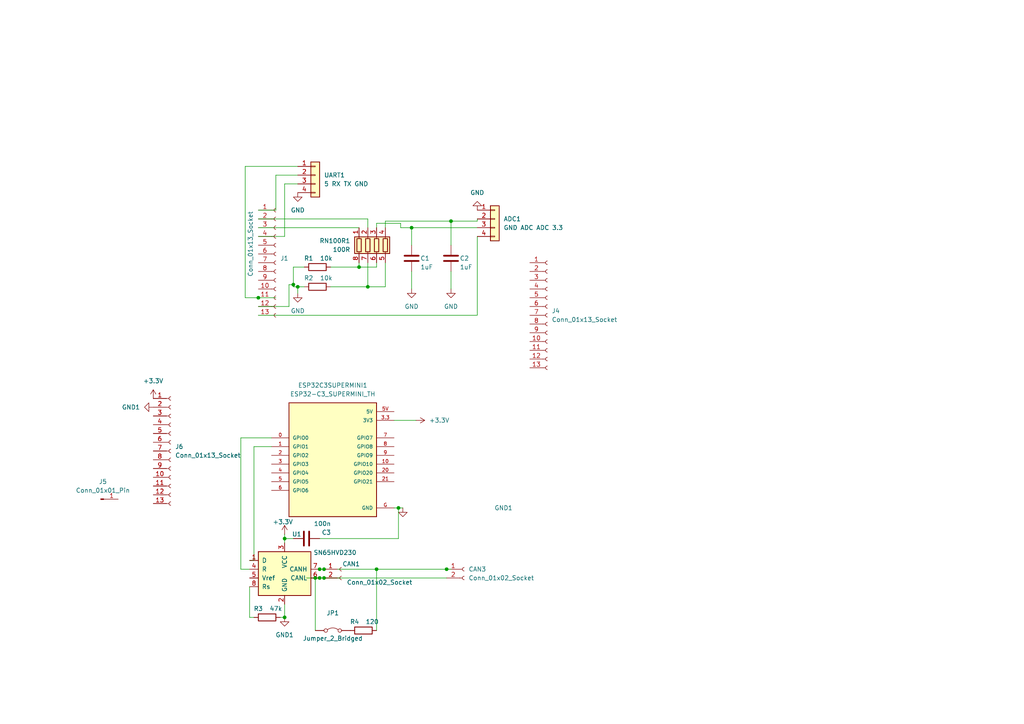
<source format=kicad_sch>
(kicad_sch
	(version 20250114)
	(generator "eeschema")
	(generator_version "9.0")
	(uuid "ba094332-c6b5-499b-82e5-307b0f086c53")
	(paper "A4")
	(lib_symbols
		(symbol "Connector:Conn_01x01_Pin"
			(pin_names
				(offset 1.016)
				(hide yes)
			)
			(exclude_from_sim no)
			(in_bom yes)
			(on_board yes)
			(property "Reference" "J"
				(at 0 2.54 0)
				(effects
					(font
						(size 1.27 1.27)
					)
				)
			)
			(property "Value" "Conn_01x01_Pin"
				(at 0 -2.54 0)
				(effects
					(font
						(size 1.27 1.27)
					)
				)
			)
			(property "Footprint" ""
				(at 0 0 0)
				(effects
					(font
						(size 1.27 1.27)
					)
					(hide yes)
				)
			)
			(property "Datasheet" "~"
				(at 0 0 0)
				(effects
					(font
						(size 1.27 1.27)
					)
					(hide yes)
				)
			)
			(property "Description" "Generic connector, single row, 01x01, script generated"
				(at 0 0 0)
				(effects
					(font
						(size 1.27 1.27)
					)
					(hide yes)
				)
			)
			(property "ki_locked" ""
				(at 0 0 0)
				(effects
					(font
						(size 1.27 1.27)
					)
				)
			)
			(property "ki_keywords" "connector"
				(at 0 0 0)
				(effects
					(font
						(size 1.27 1.27)
					)
					(hide yes)
				)
			)
			(property "ki_fp_filters" "Connector*:*_1x??_*"
				(at 0 0 0)
				(effects
					(font
						(size 1.27 1.27)
					)
					(hide yes)
				)
			)
			(symbol "Conn_01x01_Pin_1_1"
				(rectangle
					(start 0.8636 0.127)
					(end 0 -0.127)
					(stroke
						(width 0.1524)
						(type default)
					)
					(fill
						(type outline)
					)
				)
				(polyline
					(pts
						(xy 1.27 0) (xy 0.8636 0)
					)
					(stroke
						(width 0.1524)
						(type default)
					)
					(fill
						(type none)
					)
				)
				(pin passive line
					(at 5.08 0 180)
					(length 3.81)
					(name "Pin_1"
						(effects
							(font
								(size 1.27 1.27)
							)
						)
					)
					(number "1"
						(effects
							(font
								(size 1.27 1.27)
							)
						)
					)
				)
			)
			(embedded_fonts no)
		)
		(symbol "Connector:Conn_01x02_Socket"
			(pin_names
				(offset 1.016)
				(hide yes)
			)
			(exclude_from_sim no)
			(in_bom yes)
			(on_board yes)
			(property "Reference" "J"
				(at 0 2.54 0)
				(effects
					(font
						(size 1.27 1.27)
					)
				)
			)
			(property "Value" "Conn_01x02_Socket"
				(at 0 -5.08 0)
				(effects
					(font
						(size 1.27 1.27)
					)
				)
			)
			(property "Footprint" ""
				(at 0 0 0)
				(effects
					(font
						(size 1.27 1.27)
					)
					(hide yes)
				)
			)
			(property "Datasheet" "~"
				(at 0 0 0)
				(effects
					(font
						(size 1.27 1.27)
					)
					(hide yes)
				)
			)
			(property "Description" "Generic connector, single row, 01x02, script generated"
				(at 0 0 0)
				(effects
					(font
						(size 1.27 1.27)
					)
					(hide yes)
				)
			)
			(property "ki_locked" ""
				(at 0 0 0)
				(effects
					(font
						(size 1.27 1.27)
					)
				)
			)
			(property "ki_keywords" "connector"
				(at 0 0 0)
				(effects
					(font
						(size 1.27 1.27)
					)
					(hide yes)
				)
			)
			(property "ki_fp_filters" "Connector*:*_1x??_*"
				(at 0 0 0)
				(effects
					(font
						(size 1.27 1.27)
					)
					(hide yes)
				)
			)
			(symbol "Conn_01x02_Socket_1_1"
				(polyline
					(pts
						(xy -1.27 0) (xy -0.508 0)
					)
					(stroke
						(width 0.1524)
						(type default)
					)
					(fill
						(type none)
					)
				)
				(polyline
					(pts
						(xy -1.27 -2.54) (xy -0.508 -2.54)
					)
					(stroke
						(width 0.1524)
						(type default)
					)
					(fill
						(type none)
					)
				)
				(arc
					(start 0 -0.508)
					(mid -0.5058 0)
					(end 0 0.508)
					(stroke
						(width 0.1524)
						(type default)
					)
					(fill
						(type none)
					)
				)
				(arc
					(start 0 -3.048)
					(mid -0.5058 -2.54)
					(end 0 -2.032)
					(stroke
						(width 0.1524)
						(type default)
					)
					(fill
						(type none)
					)
				)
				(pin passive line
					(at -5.08 0 0)
					(length 3.81)
					(name "Pin_1"
						(effects
							(font
								(size 1.27 1.27)
							)
						)
					)
					(number "1"
						(effects
							(font
								(size 1.27 1.27)
							)
						)
					)
				)
				(pin passive line
					(at -5.08 -2.54 0)
					(length 3.81)
					(name "Pin_2"
						(effects
							(font
								(size 1.27 1.27)
							)
						)
					)
					(number "2"
						(effects
							(font
								(size 1.27 1.27)
							)
						)
					)
				)
			)
			(embedded_fonts no)
		)
		(symbol "Connector:Conn_01x13_Socket"
			(pin_names
				(offset 1.016)
				(hide yes)
			)
			(exclude_from_sim no)
			(in_bom yes)
			(on_board yes)
			(property "Reference" "J"
				(at 0 17.78 0)
				(effects
					(font
						(size 1.27 1.27)
					)
				)
			)
			(property "Value" "Conn_01x13_Socket"
				(at 0 -17.78 0)
				(effects
					(font
						(size 1.27 1.27)
					)
				)
			)
			(property "Footprint" ""
				(at 0 0 0)
				(effects
					(font
						(size 1.27 1.27)
					)
					(hide yes)
				)
			)
			(property "Datasheet" "~"
				(at 0 0 0)
				(effects
					(font
						(size 1.27 1.27)
					)
					(hide yes)
				)
			)
			(property "Description" "Generic connector, single row, 01x13, script generated"
				(at 0 0 0)
				(effects
					(font
						(size 1.27 1.27)
					)
					(hide yes)
				)
			)
			(property "ki_locked" ""
				(at 0 0 0)
				(effects
					(font
						(size 1.27 1.27)
					)
				)
			)
			(property "ki_keywords" "connector"
				(at 0 0 0)
				(effects
					(font
						(size 1.27 1.27)
					)
					(hide yes)
				)
			)
			(property "ki_fp_filters" "Connector*:*_1x??_*"
				(at 0 0 0)
				(effects
					(font
						(size 1.27 1.27)
					)
					(hide yes)
				)
			)
			(symbol "Conn_01x13_Socket_1_1"
				(polyline
					(pts
						(xy -1.27 15.24) (xy -0.508 15.24)
					)
					(stroke
						(width 0.1524)
						(type default)
					)
					(fill
						(type none)
					)
				)
				(polyline
					(pts
						(xy -1.27 12.7) (xy -0.508 12.7)
					)
					(stroke
						(width 0.1524)
						(type default)
					)
					(fill
						(type none)
					)
				)
				(polyline
					(pts
						(xy -1.27 10.16) (xy -0.508 10.16)
					)
					(stroke
						(width 0.1524)
						(type default)
					)
					(fill
						(type none)
					)
				)
				(polyline
					(pts
						(xy -1.27 7.62) (xy -0.508 7.62)
					)
					(stroke
						(width 0.1524)
						(type default)
					)
					(fill
						(type none)
					)
				)
				(polyline
					(pts
						(xy -1.27 5.08) (xy -0.508 5.08)
					)
					(stroke
						(width 0.1524)
						(type default)
					)
					(fill
						(type none)
					)
				)
				(polyline
					(pts
						(xy -1.27 2.54) (xy -0.508 2.54)
					)
					(stroke
						(width 0.1524)
						(type default)
					)
					(fill
						(type none)
					)
				)
				(polyline
					(pts
						(xy -1.27 0) (xy -0.508 0)
					)
					(stroke
						(width 0.1524)
						(type default)
					)
					(fill
						(type none)
					)
				)
				(polyline
					(pts
						(xy -1.27 -2.54) (xy -0.508 -2.54)
					)
					(stroke
						(width 0.1524)
						(type default)
					)
					(fill
						(type none)
					)
				)
				(polyline
					(pts
						(xy -1.27 -5.08) (xy -0.508 -5.08)
					)
					(stroke
						(width 0.1524)
						(type default)
					)
					(fill
						(type none)
					)
				)
				(polyline
					(pts
						(xy -1.27 -7.62) (xy -0.508 -7.62)
					)
					(stroke
						(width 0.1524)
						(type default)
					)
					(fill
						(type none)
					)
				)
				(polyline
					(pts
						(xy -1.27 -10.16) (xy -0.508 -10.16)
					)
					(stroke
						(width 0.1524)
						(type default)
					)
					(fill
						(type none)
					)
				)
				(polyline
					(pts
						(xy -1.27 -12.7) (xy -0.508 -12.7)
					)
					(stroke
						(width 0.1524)
						(type default)
					)
					(fill
						(type none)
					)
				)
				(polyline
					(pts
						(xy -1.27 -15.24) (xy -0.508 -15.24)
					)
					(stroke
						(width 0.1524)
						(type default)
					)
					(fill
						(type none)
					)
				)
				(arc
					(start 0 14.732)
					(mid -0.5058 15.24)
					(end 0 15.748)
					(stroke
						(width 0.1524)
						(type default)
					)
					(fill
						(type none)
					)
				)
				(arc
					(start 0 12.192)
					(mid -0.5058 12.7)
					(end 0 13.208)
					(stroke
						(width 0.1524)
						(type default)
					)
					(fill
						(type none)
					)
				)
				(arc
					(start 0 9.652)
					(mid -0.5058 10.16)
					(end 0 10.668)
					(stroke
						(width 0.1524)
						(type default)
					)
					(fill
						(type none)
					)
				)
				(arc
					(start 0 7.112)
					(mid -0.5058 7.62)
					(end 0 8.128)
					(stroke
						(width 0.1524)
						(type default)
					)
					(fill
						(type none)
					)
				)
				(arc
					(start 0 4.572)
					(mid -0.5058 5.08)
					(end 0 5.588)
					(stroke
						(width 0.1524)
						(type default)
					)
					(fill
						(type none)
					)
				)
				(arc
					(start 0 2.032)
					(mid -0.5058 2.54)
					(end 0 3.048)
					(stroke
						(width 0.1524)
						(type default)
					)
					(fill
						(type none)
					)
				)
				(arc
					(start 0 -0.508)
					(mid -0.5058 0)
					(end 0 0.508)
					(stroke
						(width 0.1524)
						(type default)
					)
					(fill
						(type none)
					)
				)
				(arc
					(start 0 -3.048)
					(mid -0.5058 -2.54)
					(end 0 -2.032)
					(stroke
						(width 0.1524)
						(type default)
					)
					(fill
						(type none)
					)
				)
				(arc
					(start 0 -5.588)
					(mid -0.5058 -5.08)
					(end 0 -4.572)
					(stroke
						(width 0.1524)
						(type default)
					)
					(fill
						(type none)
					)
				)
				(arc
					(start 0 -8.128)
					(mid -0.5058 -7.62)
					(end 0 -7.112)
					(stroke
						(width 0.1524)
						(type default)
					)
					(fill
						(type none)
					)
				)
				(arc
					(start 0 -10.668)
					(mid -0.5058 -10.16)
					(end 0 -9.652)
					(stroke
						(width 0.1524)
						(type default)
					)
					(fill
						(type none)
					)
				)
				(arc
					(start 0 -13.208)
					(mid -0.5058 -12.7)
					(end 0 -12.192)
					(stroke
						(width 0.1524)
						(type default)
					)
					(fill
						(type none)
					)
				)
				(arc
					(start 0 -15.748)
					(mid -0.5058 -15.24)
					(end 0 -14.732)
					(stroke
						(width 0.1524)
						(type default)
					)
					(fill
						(type none)
					)
				)
				(pin passive line
					(at -5.08 15.24 0)
					(length 3.81)
					(name "Pin_1"
						(effects
							(font
								(size 1.27 1.27)
							)
						)
					)
					(number "1"
						(effects
							(font
								(size 1.27 1.27)
							)
						)
					)
				)
				(pin passive line
					(at -5.08 12.7 0)
					(length 3.81)
					(name "Pin_2"
						(effects
							(font
								(size 1.27 1.27)
							)
						)
					)
					(number "2"
						(effects
							(font
								(size 1.27 1.27)
							)
						)
					)
				)
				(pin passive line
					(at -5.08 10.16 0)
					(length 3.81)
					(name "Pin_3"
						(effects
							(font
								(size 1.27 1.27)
							)
						)
					)
					(number "3"
						(effects
							(font
								(size 1.27 1.27)
							)
						)
					)
				)
				(pin passive line
					(at -5.08 7.62 0)
					(length 3.81)
					(name "Pin_4"
						(effects
							(font
								(size 1.27 1.27)
							)
						)
					)
					(number "4"
						(effects
							(font
								(size 1.27 1.27)
							)
						)
					)
				)
				(pin passive line
					(at -5.08 5.08 0)
					(length 3.81)
					(name "Pin_5"
						(effects
							(font
								(size 1.27 1.27)
							)
						)
					)
					(number "5"
						(effects
							(font
								(size 1.27 1.27)
							)
						)
					)
				)
				(pin passive line
					(at -5.08 2.54 0)
					(length 3.81)
					(name "Pin_6"
						(effects
							(font
								(size 1.27 1.27)
							)
						)
					)
					(number "6"
						(effects
							(font
								(size 1.27 1.27)
							)
						)
					)
				)
				(pin passive line
					(at -5.08 0 0)
					(length 3.81)
					(name "Pin_7"
						(effects
							(font
								(size 1.27 1.27)
							)
						)
					)
					(number "7"
						(effects
							(font
								(size 1.27 1.27)
							)
						)
					)
				)
				(pin passive line
					(at -5.08 -2.54 0)
					(length 3.81)
					(name "Pin_8"
						(effects
							(font
								(size 1.27 1.27)
							)
						)
					)
					(number "8"
						(effects
							(font
								(size 1.27 1.27)
							)
						)
					)
				)
				(pin passive line
					(at -5.08 -5.08 0)
					(length 3.81)
					(name "Pin_9"
						(effects
							(font
								(size 1.27 1.27)
							)
						)
					)
					(number "9"
						(effects
							(font
								(size 1.27 1.27)
							)
						)
					)
				)
				(pin passive line
					(at -5.08 -7.62 0)
					(length 3.81)
					(name "Pin_10"
						(effects
							(font
								(size 1.27 1.27)
							)
						)
					)
					(number "10"
						(effects
							(font
								(size 1.27 1.27)
							)
						)
					)
				)
				(pin passive line
					(at -5.08 -10.16 0)
					(length 3.81)
					(name "Pin_11"
						(effects
							(font
								(size 1.27 1.27)
							)
						)
					)
					(number "11"
						(effects
							(font
								(size 1.27 1.27)
							)
						)
					)
				)
				(pin passive line
					(at -5.08 -12.7 0)
					(length 3.81)
					(name "Pin_12"
						(effects
							(font
								(size 1.27 1.27)
							)
						)
					)
					(number "12"
						(effects
							(font
								(size 1.27 1.27)
							)
						)
					)
				)
				(pin passive line
					(at -5.08 -15.24 0)
					(length 3.81)
					(name "Pin_13"
						(effects
							(font
								(size 1.27 1.27)
							)
						)
					)
					(number "13"
						(effects
							(font
								(size 1.27 1.27)
							)
						)
					)
				)
			)
			(embedded_fonts no)
		)
		(symbol "Connector_Generic:Conn_01x04"
			(pin_names
				(offset 1.016)
				(hide yes)
			)
			(exclude_from_sim no)
			(in_bom yes)
			(on_board yes)
			(property "Reference" "J"
				(at 0 5.08 0)
				(effects
					(font
						(size 1.27 1.27)
					)
				)
			)
			(property "Value" "Conn_01x04"
				(at 0 -7.62 0)
				(effects
					(font
						(size 1.27 1.27)
					)
				)
			)
			(property "Footprint" ""
				(at 0 0 0)
				(effects
					(font
						(size 1.27 1.27)
					)
					(hide yes)
				)
			)
			(property "Datasheet" "~"
				(at 0 0 0)
				(effects
					(font
						(size 1.27 1.27)
					)
					(hide yes)
				)
			)
			(property "Description" "Generic connector, single row, 01x04, script generated (kicad-library-utils/schlib/autogen/connector/)"
				(at 0 0 0)
				(effects
					(font
						(size 1.27 1.27)
					)
					(hide yes)
				)
			)
			(property "ki_keywords" "connector"
				(at 0 0 0)
				(effects
					(font
						(size 1.27 1.27)
					)
					(hide yes)
				)
			)
			(property "ki_fp_filters" "Connector*:*_1x??_*"
				(at 0 0 0)
				(effects
					(font
						(size 1.27 1.27)
					)
					(hide yes)
				)
			)
			(symbol "Conn_01x04_1_1"
				(rectangle
					(start -1.27 3.81)
					(end 1.27 -6.35)
					(stroke
						(width 0.254)
						(type default)
					)
					(fill
						(type background)
					)
				)
				(rectangle
					(start -1.27 2.667)
					(end 0 2.413)
					(stroke
						(width 0.1524)
						(type default)
					)
					(fill
						(type none)
					)
				)
				(rectangle
					(start -1.27 0.127)
					(end 0 -0.127)
					(stroke
						(width 0.1524)
						(type default)
					)
					(fill
						(type none)
					)
				)
				(rectangle
					(start -1.27 -2.413)
					(end 0 -2.667)
					(stroke
						(width 0.1524)
						(type default)
					)
					(fill
						(type none)
					)
				)
				(rectangle
					(start -1.27 -4.953)
					(end 0 -5.207)
					(stroke
						(width 0.1524)
						(type default)
					)
					(fill
						(type none)
					)
				)
				(pin passive line
					(at -5.08 2.54 0)
					(length 3.81)
					(name "Pin_1"
						(effects
							(font
								(size 1.27 1.27)
							)
						)
					)
					(number "1"
						(effects
							(font
								(size 1.27 1.27)
							)
						)
					)
				)
				(pin passive line
					(at -5.08 0 0)
					(length 3.81)
					(name "Pin_2"
						(effects
							(font
								(size 1.27 1.27)
							)
						)
					)
					(number "2"
						(effects
							(font
								(size 1.27 1.27)
							)
						)
					)
				)
				(pin passive line
					(at -5.08 -2.54 0)
					(length 3.81)
					(name "Pin_3"
						(effects
							(font
								(size 1.27 1.27)
							)
						)
					)
					(number "3"
						(effects
							(font
								(size 1.27 1.27)
							)
						)
					)
				)
				(pin passive line
					(at -5.08 -5.08 0)
					(length 3.81)
					(name "Pin_4"
						(effects
							(font
								(size 1.27 1.27)
							)
						)
					)
					(number "4"
						(effects
							(font
								(size 1.27 1.27)
							)
						)
					)
				)
			)
			(embedded_fonts no)
		)
		(symbol "Device:C"
			(pin_numbers
				(hide yes)
			)
			(pin_names
				(offset 0.254)
			)
			(exclude_from_sim no)
			(in_bom yes)
			(on_board yes)
			(property "Reference" "C"
				(at 0.635 2.54 0)
				(effects
					(font
						(size 1.27 1.27)
					)
					(justify left)
				)
			)
			(property "Value" "C"
				(at 0.635 -2.54 0)
				(effects
					(font
						(size 1.27 1.27)
					)
					(justify left)
				)
			)
			(property "Footprint" ""
				(at 0.9652 -3.81 0)
				(effects
					(font
						(size 1.27 1.27)
					)
					(hide yes)
				)
			)
			(property "Datasheet" "~"
				(at 0 0 0)
				(effects
					(font
						(size 1.27 1.27)
					)
					(hide yes)
				)
			)
			(property "Description" "Unpolarized capacitor"
				(at 0 0 0)
				(effects
					(font
						(size 1.27 1.27)
					)
					(hide yes)
				)
			)
			(property "ki_keywords" "cap capacitor"
				(at 0 0 0)
				(effects
					(font
						(size 1.27 1.27)
					)
					(hide yes)
				)
			)
			(property "ki_fp_filters" "C_*"
				(at 0 0 0)
				(effects
					(font
						(size 1.27 1.27)
					)
					(hide yes)
				)
			)
			(symbol "C_0_1"
				(polyline
					(pts
						(xy -2.032 0.762) (xy 2.032 0.762)
					)
					(stroke
						(width 0.508)
						(type default)
					)
					(fill
						(type none)
					)
				)
				(polyline
					(pts
						(xy -2.032 -0.762) (xy 2.032 -0.762)
					)
					(stroke
						(width 0.508)
						(type default)
					)
					(fill
						(type none)
					)
				)
			)
			(symbol "C_1_1"
				(pin passive line
					(at 0 3.81 270)
					(length 2.794)
					(name "~"
						(effects
							(font
								(size 1.27 1.27)
							)
						)
					)
					(number "1"
						(effects
							(font
								(size 1.27 1.27)
							)
						)
					)
				)
				(pin passive line
					(at 0 -3.81 90)
					(length 2.794)
					(name "~"
						(effects
							(font
								(size 1.27 1.27)
							)
						)
					)
					(number "2"
						(effects
							(font
								(size 1.27 1.27)
							)
						)
					)
				)
			)
			(embedded_fonts no)
		)
		(symbol "Device:R"
			(pin_numbers
				(hide yes)
			)
			(pin_names
				(offset 0)
			)
			(exclude_from_sim no)
			(in_bom yes)
			(on_board yes)
			(property "Reference" "R"
				(at 2.032 0 90)
				(effects
					(font
						(size 1.27 1.27)
					)
				)
			)
			(property "Value" "R"
				(at 0 0 90)
				(effects
					(font
						(size 1.27 1.27)
					)
				)
			)
			(property "Footprint" ""
				(at -1.778 0 90)
				(effects
					(font
						(size 1.27 1.27)
					)
					(hide yes)
				)
			)
			(property "Datasheet" "~"
				(at 0 0 0)
				(effects
					(font
						(size 1.27 1.27)
					)
					(hide yes)
				)
			)
			(property "Description" "Resistor"
				(at 0 0 0)
				(effects
					(font
						(size 1.27 1.27)
					)
					(hide yes)
				)
			)
			(property "ki_keywords" "R res resistor"
				(at 0 0 0)
				(effects
					(font
						(size 1.27 1.27)
					)
					(hide yes)
				)
			)
			(property "ki_fp_filters" "R_*"
				(at 0 0 0)
				(effects
					(font
						(size 1.27 1.27)
					)
					(hide yes)
				)
			)
			(symbol "R_0_1"
				(rectangle
					(start -1.016 -2.54)
					(end 1.016 2.54)
					(stroke
						(width 0.254)
						(type default)
					)
					(fill
						(type none)
					)
				)
			)
			(symbol "R_1_1"
				(pin passive line
					(at 0 3.81 270)
					(length 1.27)
					(name "~"
						(effects
							(font
								(size 1.27 1.27)
							)
						)
					)
					(number "1"
						(effects
							(font
								(size 1.27 1.27)
							)
						)
					)
				)
				(pin passive line
					(at 0 -3.81 90)
					(length 1.27)
					(name "~"
						(effects
							(font
								(size 1.27 1.27)
							)
						)
					)
					(number "2"
						(effects
							(font
								(size 1.27 1.27)
							)
						)
					)
				)
			)
			(embedded_fonts no)
		)
		(symbol "Device:R_Pack04"
			(pin_names
				(offset 0)
				(hide yes)
			)
			(exclude_from_sim no)
			(in_bom yes)
			(on_board yes)
			(property "Reference" "RN"
				(at -7.62 0 90)
				(effects
					(font
						(size 1.27 1.27)
					)
				)
			)
			(property "Value" "R_Pack04"
				(at 5.08 0 90)
				(effects
					(font
						(size 1.27 1.27)
					)
				)
			)
			(property "Footprint" ""
				(at 6.985 0 90)
				(effects
					(font
						(size 1.27 1.27)
					)
					(hide yes)
				)
			)
			(property "Datasheet" "~"
				(at 0 0 0)
				(effects
					(font
						(size 1.27 1.27)
					)
					(hide yes)
				)
			)
			(property "Description" "4 resistor network, parallel topology"
				(at 0 0 0)
				(effects
					(font
						(size 1.27 1.27)
					)
					(hide yes)
				)
			)
			(property "ki_keywords" "R network parallel topology isolated"
				(at 0 0 0)
				(effects
					(font
						(size 1.27 1.27)
					)
					(hide yes)
				)
			)
			(property "ki_fp_filters" "DIP* SOIC* R*Array*Concave* R*Array*Convex*"
				(at 0 0 0)
				(effects
					(font
						(size 1.27 1.27)
					)
					(hide yes)
				)
			)
			(symbol "R_Pack04_0_1"
				(rectangle
					(start -6.35 -2.413)
					(end 3.81 2.413)
					(stroke
						(width 0.254)
						(type default)
					)
					(fill
						(type background)
					)
				)
				(rectangle
					(start -5.715 1.905)
					(end -4.445 -1.905)
					(stroke
						(width 0.254)
						(type default)
					)
					(fill
						(type none)
					)
				)
				(polyline
					(pts
						(xy -5.08 1.905) (xy -5.08 2.54)
					)
					(stroke
						(width 0)
						(type default)
					)
					(fill
						(type none)
					)
				)
				(polyline
					(pts
						(xy -5.08 -2.54) (xy -5.08 -1.905)
					)
					(stroke
						(width 0)
						(type default)
					)
					(fill
						(type none)
					)
				)
				(rectangle
					(start -3.175 1.905)
					(end -1.905 -1.905)
					(stroke
						(width 0.254)
						(type default)
					)
					(fill
						(type none)
					)
				)
				(polyline
					(pts
						(xy -2.54 1.905) (xy -2.54 2.54)
					)
					(stroke
						(width 0)
						(type default)
					)
					(fill
						(type none)
					)
				)
				(polyline
					(pts
						(xy -2.54 -2.54) (xy -2.54 -1.905)
					)
					(stroke
						(width 0)
						(type default)
					)
					(fill
						(type none)
					)
				)
				(rectangle
					(start -0.635 1.905)
					(end 0.635 -1.905)
					(stroke
						(width 0.254)
						(type default)
					)
					(fill
						(type none)
					)
				)
				(polyline
					(pts
						(xy 0 1.905) (xy 0 2.54)
					)
					(stroke
						(width 0)
						(type default)
					)
					(fill
						(type none)
					)
				)
				(polyline
					(pts
						(xy 0 -2.54) (xy 0 -1.905)
					)
					(stroke
						(width 0)
						(type default)
					)
					(fill
						(type none)
					)
				)
				(rectangle
					(start 1.905 1.905)
					(end 3.175 -1.905)
					(stroke
						(width 0.254)
						(type default)
					)
					(fill
						(type none)
					)
				)
				(polyline
					(pts
						(xy 2.54 1.905) (xy 2.54 2.54)
					)
					(stroke
						(width 0)
						(type default)
					)
					(fill
						(type none)
					)
				)
				(polyline
					(pts
						(xy 2.54 -2.54) (xy 2.54 -1.905)
					)
					(stroke
						(width 0)
						(type default)
					)
					(fill
						(type none)
					)
				)
			)
			(symbol "R_Pack04_1_1"
				(pin passive line
					(at -5.08 5.08 270)
					(length 2.54)
					(name "R1.2"
						(effects
							(font
								(size 1.27 1.27)
							)
						)
					)
					(number "8"
						(effects
							(font
								(size 1.27 1.27)
							)
						)
					)
				)
				(pin passive line
					(at -5.08 -5.08 90)
					(length 2.54)
					(name "R1.1"
						(effects
							(font
								(size 1.27 1.27)
							)
						)
					)
					(number "1"
						(effects
							(font
								(size 1.27 1.27)
							)
						)
					)
				)
				(pin passive line
					(at -2.54 5.08 270)
					(length 2.54)
					(name "R2.2"
						(effects
							(font
								(size 1.27 1.27)
							)
						)
					)
					(number "7"
						(effects
							(font
								(size 1.27 1.27)
							)
						)
					)
				)
				(pin passive line
					(at -2.54 -5.08 90)
					(length 2.54)
					(name "R2.1"
						(effects
							(font
								(size 1.27 1.27)
							)
						)
					)
					(number "2"
						(effects
							(font
								(size 1.27 1.27)
							)
						)
					)
				)
				(pin passive line
					(at 0 5.08 270)
					(length 2.54)
					(name "R3.2"
						(effects
							(font
								(size 1.27 1.27)
							)
						)
					)
					(number "6"
						(effects
							(font
								(size 1.27 1.27)
							)
						)
					)
				)
				(pin passive line
					(at 0 -5.08 90)
					(length 2.54)
					(name "R3.1"
						(effects
							(font
								(size 1.27 1.27)
							)
						)
					)
					(number "3"
						(effects
							(font
								(size 1.27 1.27)
							)
						)
					)
				)
				(pin passive line
					(at 2.54 5.08 270)
					(length 2.54)
					(name "R4.2"
						(effects
							(font
								(size 1.27 1.27)
							)
						)
					)
					(number "5"
						(effects
							(font
								(size 1.27 1.27)
							)
						)
					)
				)
				(pin passive line
					(at 2.54 -5.08 90)
					(length 2.54)
					(name "R4.1"
						(effects
							(font
								(size 1.27 1.27)
							)
						)
					)
					(number "4"
						(effects
							(font
								(size 1.27 1.27)
							)
						)
					)
				)
			)
			(embedded_fonts no)
		)
		(symbol "ESP32-C3_SUPERMINI_TH:ESP32-C3_SUPERMINI_TH"
			(pin_names
				(offset 1.016)
			)
			(exclude_from_sim no)
			(in_bom yes)
			(on_board yes)
			(property "Reference" "U"
				(at -12.7 16.002 0)
				(effects
					(font
						(size 1.27 1.27)
					)
					(justify left bottom)
				)
			)
			(property "Value" "ESP32-C3_SUPERMINI_TH"
				(at -12.7 -20.32 0)
				(effects
					(font
						(size 1.27 1.27)
					)
					(justify left bottom)
				)
			)
			(property "Footprint" "ESP32-C3_SUPERMINI_TH:MODULE_ESP32-C3_SUPERMINI_TH"
				(at 0 0 0)
				(effects
					(font
						(size 1.27 1.27)
					)
					(justify bottom)
					(hide yes)
				)
			)
			(property "Datasheet" ""
				(at 0 0 0)
				(effects
					(font
						(size 1.27 1.27)
					)
					(hide yes)
				)
			)
			(property "Description" ""
				(at 0 0 0)
				(effects
					(font
						(size 1.27 1.27)
					)
					(hide yes)
				)
			)
			(property "MF" "Espressif Systems"
				(at 0 0 0)
				(effects
					(font
						(size 1.27 1.27)
					)
					(justify bottom)
					(hide yes)
				)
			)
			(property "Description_1" "Super tiny ESP32-C3 board"
				(at 0 0 0)
				(effects
					(font
						(size 1.27 1.27)
					)
					(justify bottom)
					(hide yes)
				)
			)
			(property "CREATOR" "DIZAR"
				(at 0 0 0)
				(effects
					(font
						(size 1.27 1.27)
					)
					(justify bottom)
					(hide yes)
				)
			)
			(property "Price" "None"
				(at 0 0 0)
				(effects
					(font
						(size 1.27 1.27)
					)
					(justify bottom)
					(hide yes)
				)
			)
			(property "Package" "Package"
				(at 0 0 0)
				(effects
					(font
						(size 1.27 1.27)
					)
					(justify bottom)
					(hide yes)
				)
			)
			(property "Check_prices" "https://www.snapeda.com/parts/ESP32-C3%20SuperMini_TH/Espressif+Systems/view-part/?ref=eda"
				(at 0 0 0)
				(effects
					(font
						(size 1.27 1.27)
					)
					(justify bottom)
					(hide yes)
				)
			)
			(property "STANDARD" "IPC-7351B"
				(at 0 0 0)
				(effects
					(font
						(size 1.27 1.27)
					)
					(justify bottom)
					(hide yes)
				)
			)
			(property "VERIFIER" ""
				(at 0 0 0)
				(effects
					(font
						(size 1.27 1.27)
					)
					(justify bottom)
					(hide yes)
				)
			)
			(property "SnapEDA_Link" "https://www.snapeda.com/parts/ESP32-C3%20SuperMini_TH/Espressif+Systems/view-part/?ref=snap"
				(at 0 0 0)
				(effects
					(font
						(size 1.27 1.27)
					)
					(justify bottom)
					(hide yes)
				)
			)
			(property "MP" "ESP32-C3 SuperMini_TH"
				(at 0 0 0)
				(effects
					(font
						(size 1.27 1.27)
					)
					(justify bottom)
					(hide yes)
				)
			)
			(property "Availability" "Not in stock"
				(at 0 0 0)
				(effects
					(font
						(size 1.27 1.27)
					)
					(justify bottom)
					(hide yes)
				)
			)
			(property "MANUFACTURER" "Espressif Systems"
				(at 0 0 0)
				(effects
					(font
						(size 1.27 1.27)
					)
					(justify bottom)
					(hide yes)
				)
			)
			(symbol "ESP32-C3_SUPERMINI_TH_0_0"
				(rectangle
					(start -12.7 -17.78)
					(end 12.7 15.24)
					(stroke
						(width 0.254)
						(type default)
					)
					(fill
						(type background)
					)
				)
				(pin bidirectional line
					(at -17.78 5.08 0)
					(length 5.08)
					(name "GPIO0"
						(effects
							(font
								(size 1.016 1.016)
							)
						)
					)
					(number "0"
						(effects
							(font
								(size 1.016 1.016)
							)
						)
					)
				)
				(pin bidirectional line
					(at -17.78 2.54 0)
					(length 5.08)
					(name "GPIO1"
						(effects
							(font
								(size 1.016 1.016)
							)
						)
					)
					(number "1"
						(effects
							(font
								(size 1.016 1.016)
							)
						)
					)
				)
				(pin bidirectional line
					(at -17.78 0 0)
					(length 5.08)
					(name "GPIO2"
						(effects
							(font
								(size 1.016 1.016)
							)
						)
					)
					(number "2"
						(effects
							(font
								(size 1.016 1.016)
							)
						)
					)
				)
				(pin bidirectional line
					(at -17.78 -2.54 0)
					(length 5.08)
					(name "GPIO3"
						(effects
							(font
								(size 1.016 1.016)
							)
						)
					)
					(number "3"
						(effects
							(font
								(size 1.016 1.016)
							)
						)
					)
				)
				(pin bidirectional line
					(at -17.78 -5.08 0)
					(length 5.08)
					(name "GPIO4"
						(effects
							(font
								(size 1.016 1.016)
							)
						)
					)
					(number "4"
						(effects
							(font
								(size 1.016 1.016)
							)
						)
					)
				)
				(pin bidirectional line
					(at -17.78 -7.62 0)
					(length 5.08)
					(name "GPIO5"
						(effects
							(font
								(size 1.016 1.016)
							)
						)
					)
					(number "5"
						(effects
							(font
								(size 1.016 1.016)
							)
						)
					)
				)
				(pin bidirectional line
					(at -17.78 -10.16 0)
					(length 5.08)
					(name "GPIO6"
						(effects
							(font
								(size 1.016 1.016)
							)
						)
					)
					(number "6"
						(effects
							(font
								(size 1.016 1.016)
							)
						)
					)
				)
				(pin power_in line
					(at 17.78 12.7 180)
					(length 5.08)
					(name "5V"
						(effects
							(font
								(size 1.016 1.016)
							)
						)
					)
					(number "5V"
						(effects
							(font
								(size 1.016 1.016)
							)
						)
					)
				)
				(pin power_in line
					(at 17.78 10.16 180)
					(length 5.08)
					(name "3V3"
						(effects
							(font
								(size 1.016 1.016)
							)
						)
					)
					(number "3.3"
						(effects
							(font
								(size 1.016 1.016)
							)
						)
					)
				)
				(pin bidirectional line
					(at 17.78 5.08 180)
					(length 5.08)
					(name "GPIO7"
						(effects
							(font
								(size 1.016 1.016)
							)
						)
					)
					(number "7"
						(effects
							(font
								(size 1.016 1.016)
							)
						)
					)
				)
				(pin bidirectional line
					(at 17.78 2.54 180)
					(length 5.08)
					(name "GPIO8"
						(effects
							(font
								(size 1.016 1.016)
							)
						)
					)
					(number "8"
						(effects
							(font
								(size 1.016 1.016)
							)
						)
					)
				)
				(pin bidirectional line
					(at 17.78 0 180)
					(length 5.08)
					(name "GPIO9"
						(effects
							(font
								(size 1.016 1.016)
							)
						)
					)
					(number "9"
						(effects
							(font
								(size 1.016 1.016)
							)
						)
					)
				)
				(pin bidirectional line
					(at 17.78 -2.54 180)
					(length 5.08)
					(name "GPIO10"
						(effects
							(font
								(size 1.016 1.016)
							)
						)
					)
					(number "10"
						(effects
							(font
								(size 1.016 1.016)
							)
						)
					)
				)
				(pin bidirectional line
					(at 17.78 -5.08 180)
					(length 5.08)
					(name "GPIO20"
						(effects
							(font
								(size 1.016 1.016)
							)
						)
					)
					(number "20"
						(effects
							(font
								(size 1.016 1.016)
							)
						)
					)
				)
				(pin bidirectional line
					(at 17.78 -7.62 180)
					(length 5.08)
					(name "GPIO21"
						(effects
							(font
								(size 1.016 1.016)
							)
						)
					)
					(number "21"
						(effects
							(font
								(size 1.016 1.016)
							)
						)
					)
				)
				(pin power_in line
					(at 17.78 -15.24 180)
					(length 5.08)
					(name "GND"
						(effects
							(font
								(size 1.016 1.016)
							)
						)
					)
					(number "G"
						(effects
							(font
								(size 1.016 1.016)
							)
						)
					)
				)
			)
			(embedded_fonts no)
		)
		(symbol "GND_1"
			(power)
			(pin_numbers
				(hide yes)
			)
			(pin_names
				(offset 0)
				(hide yes)
			)
			(exclude_from_sim no)
			(in_bom yes)
			(on_board yes)
			(property "Reference" "#PWR"
				(at 0 -6.35 0)
				(effects
					(font
						(size 1.27 1.27)
					)
					(hide yes)
				)
			)
			(property "Value" "GND"
				(at 0 -3.81 0)
				(effects
					(font
						(size 1.27 1.27)
					)
				)
			)
			(property "Footprint" ""
				(at 0 0 0)
				(effects
					(font
						(size 1.27 1.27)
					)
					(hide yes)
				)
			)
			(property "Datasheet" ""
				(at 0 0 0)
				(effects
					(font
						(size 1.27 1.27)
					)
					(hide yes)
				)
			)
			(property "Description" "Power symbol creates a global label with name \"GND\" , ground"
				(at 0 0 0)
				(effects
					(font
						(size 1.27 1.27)
					)
					(hide yes)
				)
			)
			(property "ki_keywords" "global power"
				(at 0 0 0)
				(effects
					(font
						(size 1.27 1.27)
					)
					(hide yes)
				)
			)
			(symbol "GND_1_0_1"
				(polyline
					(pts
						(xy 0 0) (xy 0 -1.27) (xy 1.27 -1.27) (xy 0 -2.54) (xy -1.27 -1.27) (xy 0 -1.27)
					)
					(stroke
						(width 0)
						(type default)
					)
					(fill
						(type none)
					)
				)
			)
			(symbol "GND_1_1_1"
				(pin power_in line
					(at 0 0 270)
					(length 0)
					(name "~"
						(effects
							(font
								(size 1.27 1.27)
							)
						)
					)
					(number "1"
						(effects
							(font
								(size 1.27 1.27)
							)
						)
					)
				)
			)
			(embedded_fonts no)
		)
		(symbol "GND_2"
			(power)
			(pin_numbers
				(hide yes)
			)
			(pin_names
				(offset 0)
				(hide yes)
			)
			(exclude_from_sim no)
			(in_bom yes)
			(on_board yes)
			(property "Reference" "#PWR"
				(at 0 -6.35 0)
				(effects
					(font
						(size 1.27 1.27)
					)
					(hide yes)
				)
			)
			(property "Value" "GND"
				(at 0 -3.81 0)
				(effects
					(font
						(size 1.27 1.27)
					)
				)
			)
			(property "Footprint" ""
				(at 0 0 0)
				(effects
					(font
						(size 1.27 1.27)
					)
					(hide yes)
				)
			)
			(property "Datasheet" ""
				(at 0 0 0)
				(effects
					(font
						(size 1.27 1.27)
					)
					(hide yes)
				)
			)
			(property "Description" "Power symbol creates a global label with name \"GND\" , ground"
				(at 0 0 0)
				(effects
					(font
						(size 1.27 1.27)
					)
					(hide yes)
				)
			)
			(property "ki_keywords" "global power"
				(at 0 0 0)
				(effects
					(font
						(size 1.27 1.27)
					)
					(hide yes)
				)
			)
			(symbol "GND_2_0_1"
				(polyline
					(pts
						(xy 0 0) (xy 0 -1.27) (xy 1.27 -1.27) (xy 0 -2.54) (xy -1.27 -1.27) (xy 0 -1.27)
					)
					(stroke
						(width 0)
						(type default)
					)
					(fill
						(type none)
					)
				)
			)
			(symbol "GND_2_1_1"
				(pin power_in line
					(at 0 0 270)
					(length 0)
					(name "~"
						(effects
							(font
								(size 1.27 1.27)
							)
						)
					)
					(number "1"
						(effects
							(font
								(size 1.27 1.27)
							)
						)
					)
				)
			)
			(embedded_fonts no)
		)
		(symbol "Interface_CAN_LIN:SN65HVD230"
			(pin_names
				(offset 1.016)
			)
			(exclude_from_sim no)
			(in_bom yes)
			(on_board yes)
			(property "Reference" "U"
				(at -2.54 10.16 0)
				(effects
					(font
						(size 1.27 1.27)
					)
					(justify right)
				)
			)
			(property "Value" "SN65HVD230"
				(at -2.54 7.62 0)
				(effects
					(font
						(size 1.27 1.27)
					)
					(justify right)
				)
			)
			(property "Footprint" "Package_SO:SOIC-8_3.9x4.9mm_P1.27mm"
				(at 0 -12.7 0)
				(effects
					(font
						(size 1.27 1.27)
					)
					(hide yes)
				)
			)
			(property "Datasheet" "http://www.ti.com/lit/ds/symlink/sn65hvd230.pdf"
				(at -2.54 10.16 0)
				(effects
					(font
						(size 1.27 1.27)
					)
					(hide yes)
				)
			)
			(property "Description" "CAN Bus Transceivers, 3.3V, 1Mbps, Low-Power capabilities, SOIC-8"
				(at 0 0 0)
				(effects
					(font
						(size 1.27 1.27)
					)
					(hide yes)
				)
			)
			(property "ki_keywords" "can transeiver ti low-power"
				(at 0 0 0)
				(effects
					(font
						(size 1.27 1.27)
					)
					(hide yes)
				)
			)
			(property "ki_fp_filters" "SOIC*3.9x4.9mm*P1.27mm*"
				(at 0 0 0)
				(effects
					(font
						(size 1.27 1.27)
					)
					(hide yes)
				)
			)
			(symbol "SN65HVD230_0_1"
				(rectangle
					(start -7.62 5.08)
					(end 7.62 -7.62)
					(stroke
						(width 0.254)
						(type default)
					)
					(fill
						(type background)
					)
				)
			)
			(symbol "SN65HVD230_1_1"
				(pin input line
					(at -10.16 2.54 0)
					(length 2.54)
					(name "D"
						(effects
							(font
								(size 1.27 1.27)
							)
						)
					)
					(number "1"
						(effects
							(font
								(size 1.27 1.27)
							)
						)
					)
				)
				(pin output line
					(at -10.16 0 0)
					(length 2.54)
					(name "R"
						(effects
							(font
								(size 1.27 1.27)
							)
						)
					)
					(number "4"
						(effects
							(font
								(size 1.27 1.27)
							)
						)
					)
				)
				(pin output line
					(at -10.16 -2.54 0)
					(length 2.54)
					(name "Vref"
						(effects
							(font
								(size 1.27 1.27)
							)
						)
					)
					(number "5"
						(effects
							(font
								(size 1.27 1.27)
							)
						)
					)
				)
				(pin input line
					(at -10.16 -5.08 0)
					(length 2.54)
					(name "Rs"
						(effects
							(font
								(size 1.27 1.27)
							)
						)
					)
					(number "8"
						(effects
							(font
								(size 1.27 1.27)
							)
						)
					)
				)
				(pin power_in line
					(at 0 7.62 270)
					(length 2.54)
					(name "VCC"
						(effects
							(font
								(size 1.27 1.27)
							)
						)
					)
					(number "3"
						(effects
							(font
								(size 1.27 1.27)
							)
						)
					)
				)
				(pin power_in line
					(at 0 -10.16 90)
					(length 2.54)
					(name "GND"
						(effects
							(font
								(size 1.27 1.27)
							)
						)
					)
					(number "2"
						(effects
							(font
								(size 1.27 1.27)
							)
						)
					)
				)
				(pin bidirectional line
					(at 10.16 0 180)
					(length 2.54)
					(name "CANH"
						(effects
							(font
								(size 1.27 1.27)
							)
						)
					)
					(number "7"
						(effects
							(font
								(size 1.27 1.27)
							)
						)
					)
				)
				(pin bidirectional line
					(at 10.16 -2.54 180)
					(length 2.54)
					(name "CANL"
						(effects
							(font
								(size 1.27 1.27)
							)
						)
					)
					(number "6"
						(effects
							(font
								(size 1.27 1.27)
							)
						)
					)
				)
			)
			(embedded_fonts no)
		)
		(symbol "Jumper:Jumper_2_Bridged"
			(pin_numbers
				(hide yes)
			)
			(pin_names
				(offset 0)
				(hide yes)
			)
			(exclude_from_sim no)
			(in_bom yes)
			(on_board yes)
			(property "Reference" "JP"
				(at 0 1.905 0)
				(effects
					(font
						(size 1.27 1.27)
					)
				)
			)
			(property "Value" "Jumper_2_Bridged"
				(at 0 -2.54 0)
				(effects
					(font
						(size 1.27 1.27)
					)
				)
			)
			(property "Footprint" ""
				(at 0 0 0)
				(effects
					(font
						(size 1.27 1.27)
					)
					(hide yes)
				)
			)
			(property "Datasheet" "~"
				(at 0 0 0)
				(effects
					(font
						(size 1.27 1.27)
					)
					(hide yes)
				)
			)
			(property "Description" "Jumper, 2-pole, closed/bridged"
				(at 0 0 0)
				(effects
					(font
						(size 1.27 1.27)
					)
					(hide yes)
				)
			)
			(property "ki_keywords" "Jumper SPST"
				(at 0 0 0)
				(effects
					(font
						(size 1.27 1.27)
					)
					(hide yes)
				)
			)
			(property "ki_fp_filters" "Jumper* TestPoint*2Pads* TestPoint*Bridge*"
				(at 0 0 0)
				(effects
					(font
						(size 1.27 1.27)
					)
					(hide yes)
				)
			)
			(symbol "Jumper_2_Bridged_0_0"
				(circle
					(center -2.032 0)
					(radius 0.508)
					(stroke
						(width 0)
						(type default)
					)
					(fill
						(type none)
					)
				)
				(circle
					(center 2.032 0)
					(radius 0.508)
					(stroke
						(width 0)
						(type default)
					)
					(fill
						(type none)
					)
				)
			)
			(symbol "Jumper_2_Bridged_0_1"
				(arc
					(start -1.524 0.254)
					(mid 0 0.762)
					(end 1.524 0.254)
					(stroke
						(width 0)
						(type default)
					)
					(fill
						(type none)
					)
				)
			)
			(symbol "Jumper_2_Bridged_1_1"
				(pin passive line
					(at -5.08 0 0)
					(length 2.54)
					(name "A"
						(effects
							(font
								(size 1.27 1.27)
							)
						)
					)
					(number "1"
						(effects
							(font
								(size 1.27 1.27)
							)
						)
					)
				)
				(pin passive line
					(at 5.08 0 180)
					(length 2.54)
					(name "B"
						(effects
							(font
								(size 1.27 1.27)
							)
						)
					)
					(number "2"
						(effects
							(font
								(size 1.27 1.27)
							)
						)
					)
				)
			)
			(embedded_fonts no)
		)
		(symbol "power:+3.3V"
			(power)
			(pin_numbers
				(hide yes)
			)
			(pin_names
				(offset 0)
				(hide yes)
			)
			(exclude_from_sim no)
			(in_bom yes)
			(on_board yes)
			(property "Reference" "#PWR"
				(at 0 -3.81 0)
				(effects
					(font
						(size 1.27 1.27)
					)
					(hide yes)
				)
			)
			(property "Value" "+3.3V"
				(at 0 3.556 0)
				(effects
					(font
						(size 1.27 1.27)
					)
				)
			)
			(property "Footprint" ""
				(at 0 0 0)
				(effects
					(font
						(size 1.27 1.27)
					)
					(hide yes)
				)
			)
			(property "Datasheet" ""
				(at 0 0 0)
				(effects
					(font
						(size 1.27 1.27)
					)
					(hide yes)
				)
			)
			(property "Description" "Power symbol creates a global label with name \"+3.3V\""
				(at 0 0 0)
				(effects
					(font
						(size 1.27 1.27)
					)
					(hide yes)
				)
			)
			(property "ki_keywords" "global power"
				(at 0 0 0)
				(effects
					(font
						(size 1.27 1.27)
					)
					(hide yes)
				)
			)
			(symbol "+3.3V_0_1"
				(polyline
					(pts
						(xy -0.762 1.27) (xy 0 2.54)
					)
					(stroke
						(width 0)
						(type default)
					)
					(fill
						(type none)
					)
				)
				(polyline
					(pts
						(xy 0 2.54) (xy 0.762 1.27)
					)
					(stroke
						(width 0)
						(type default)
					)
					(fill
						(type none)
					)
				)
				(polyline
					(pts
						(xy 0 0) (xy 0 2.54)
					)
					(stroke
						(width 0)
						(type default)
					)
					(fill
						(type none)
					)
				)
			)
			(symbol "+3.3V_1_1"
				(pin power_in line
					(at 0 0 90)
					(length 0)
					(name "~"
						(effects
							(font
								(size 1.27 1.27)
							)
						)
					)
					(number "1"
						(effects
							(font
								(size 1.27 1.27)
							)
						)
					)
				)
			)
			(embedded_fonts no)
		)
		(symbol "power:GND"
			(power)
			(pin_names
				(offset 0)
			)
			(exclude_from_sim no)
			(in_bom yes)
			(on_board yes)
			(property "Reference" "#PWR"
				(at 0 -6.35 0)
				(effects
					(font
						(size 1.27 1.27)
					)
					(hide yes)
				)
			)
			(property "Value" "GND"
				(at 0 -3.81 0)
				(effects
					(font
						(size 1.27 1.27)
					)
				)
			)
			(property "Footprint" ""
				(at 0 0 0)
				(effects
					(font
						(size 1.27 1.27)
					)
					(hide yes)
				)
			)
			(property "Datasheet" ""
				(at 0 0 0)
				(effects
					(font
						(size 1.27 1.27)
					)
					(hide yes)
				)
			)
			(property "Description" "Power symbol creates a global label with name \"GND\" , ground"
				(at 0 0 0)
				(effects
					(font
						(size 1.27 1.27)
					)
					(hide yes)
				)
			)
			(property "ki_keywords" "power-flag"
				(at 0 0 0)
				(effects
					(font
						(size 1.27 1.27)
					)
					(hide yes)
				)
			)
			(symbol "GND_0_1"
				(polyline
					(pts
						(xy 0 0) (xy 0 -1.27) (xy 1.27 -1.27) (xy 0 -2.54) (xy -1.27 -1.27) (xy 0 -1.27)
					)
					(stroke
						(width 0)
						(type default)
					)
					(fill
						(type none)
					)
				)
			)
			(symbol "GND_1_1"
				(pin power_in line
					(at 0 0 270)
					(length 0)
					(hide yes)
					(name "GND"
						(effects
							(font
								(size 1.27 1.27)
							)
						)
					)
					(number "1"
						(effects
							(font
								(size 1.27 1.27)
							)
						)
					)
				)
			)
			(embedded_fonts no)
		)
		(symbol "power:GND1"
			(power)
			(pin_numbers
				(hide yes)
			)
			(pin_names
				(offset 0)
				(hide yes)
			)
			(exclude_from_sim no)
			(in_bom yes)
			(on_board yes)
			(property "Reference" "#PWR"
				(at 0 -6.35 0)
				(effects
					(font
						(size 1.27 1.27)
					)
					(hide yes)
				)
			)
			(property "Value" "GND1"
				(at 0 -3.81 0)
				(effects
					(font
						(size 1.27 1.27)
					)
				)
			)
			(property "Footprint" ""
				(at 0 0 0)
				(effects
					(font
						(size 1.27 1.27)
					)
					(hide yes)
				)
			)
			(property "Datasheet" ""
				(at 0 0 0)
				(effects
					(font
						(size 1.27 1.27)
					)
					(hide yes)
				)
			)
			(property "Description" "Power symbol creates a global label with name \"GND1\" , ground"
				(at 0 0 0)
				(effects
					(font
						(size 1.27 1.27)
					)
					(hide yes)
				)
			)
			(property "ki_keywords" "global power"
				(at 0 0 0)
				(effects
					(font
						(size 1.27 1.27)
					)
					(hide yes)
				)
			)
			(symbol "GND1_0_1"
				(polyline
					(pts
						(xy 0 0) (xy 0 -1.27) (xy 1.27 -1.27) (xy 0 -2.54) (xy -1.27 -1.27) (xy 0 -1.27)
					)
					(stroke
						(width 0)
						(type default)
					)
					(fill
						(type none)
					)
				)
			)
			(symbol "GND1_1_1"
				(pin power_in line
					(at 0 0 270)
					(length 0)
					(name "~"
						(effects
							(font
								(size 1.27 1.27)
							)
						)
					)
					(number "1"
						(effects
							(font
								(size 1.27 1.27)
							)
						)
					)
				)
			)
			(embedded_fonts no)
		)
	)
	(junction
		(at 115.57 147.32)
		(diameter 0)
		(color 0 0 0 0)
		(uuid "01d21d07-720b-4e61-b24b-262c0eacf866")
	)
	(junction
		(at 91.44 167.64)
		(diameter 0)
		(color 0 0 0 0)
		(uuid "0fbe52e1-8f04-430d-aab7-c88532ed64f9")
	)
	(junction
		(at 82.55 179.07)
		(diameter 0)
		(color 0 0 0 0)
		(uuid "17cd75ac-9d31-495c-bd81-ff354494efec")
	)
	(junction
		(at 85.09 82.55)
		(diameter 0)
		(color 0 0 0 0)
		(uuid "1d36647b-089c-4a89-a87d-3e4363d594ce")
	)
	(junction
		(at 86.36 83.185)
		(diameter 0)
		(color 0 0 0 0)
		(uuid "272bf800-c68d-475a-96d2-a80eecbe99e0")
	)
	(junction
		(at 92.71 167.64)
		(diameter 0)
		(color 0 0 0 0)
		(uuid "5e2c77fe-55f8-4172-8819-9ecbe1a4841a")
	)
	(junction
		(at 129.54 165.1)
		(diameter 0)
		(color 0 0 0 0)
		(uuid "610bc4cc-ea36-43d9-8a3b-62c4df04b300")
	)
	(junction
		(at 93.98 165.1)
		(diameter 0)
		(color 0 0 0 0)
		(uuid "7348bfe4-623c-42b9-9b9e-797a6c9deeec")
	)
	(junction
		(at 106.68 83.185)
		(diameter 0)
		(color 0 0 0 0)
		(uuid "7a034df2-f89f-4e35-944b-178bef063342")
	)
	(junction
		(at 109.22 165.1)
		(diameter 0)
		(color 0 0 0 0)
		(uuid "86b22d34-a48a-433d-8361-929a7176a969")
	)
	(junction
		(at 92.71 165.1)
		(diameter 0)
		(color 0 0 0 0)
		(uuid "96db3983-b678-463a-b130-fda73b7c444c")
	)
	(junction
		(at 119.38 66.04)
		(diameter 0)
		(color 0 0 0 0)
		(uuid "98ffa06a-2ee7-44c2-81ee-2a7006b6f8ed")
	)
	(junction
		(at 93.98 167.64)
		(diameter 0)
		(color 0 0 0 0)
		(uuid "a87232ee-d762-425e-a93a-2a2b41c5a5d5")
	)
	(junction
		(at 130.81 64.135)
		(diameter 0)
		(color 0 0 0 0)
		(uuid "ba31c6e8-a52c-42d5-9fd0-dc09dfb45b20")
	)
	(junction
		(at 104.14 77.47)
		(diameter 0)
		(color 0 0 0 0)
		(uuid "befac0f1-0b81-45ad-a9f1-6a6fae3e0390")
	)
	(junction
		(at 74.93 86.36)
		(diameter 0)
		(color 0 0 0 0)
		(uuid "ce4c9289-f992-4be4-b3e4-4dc2b366823a")
	)
	(junction
		(at 82.55 156.21)
		(diameter 0)
		(color 0 0 0 0)
		(uuid "f7318e05-36ad-44a7-9b75-e006e4b0cc04")
	)
	(wire
		(pts
			(xy 81.28 179.07) (xy 82.55 179.07)
		)
		(stroke
			(width 0)
			(type default)
		)
		(uuid "02e86ad2-3fcf-44fb-8ea1-1f90775a0d97")
	)
	(wire
		(pts
			(xy 82.55 156.21) (xy 85.09 156.21)
		)
		(stroke
			(width 0)
			(type default)
		)
		(uuid "0412f7d0-d192-4a6f-ba19-eeec7d05b23a")
	)
	(wire
		(pts
			(xy 116.205 64.77) (xy 109.22 64.77)
		)
		(stroke
			(width 0)
			(type default)
		)
		(uuid "0cf3a600-c07f-41a0-a5e9-2aa50ec0a7d3")
	)
	(wire
		(pts
			(xy 109.22 64.77) (xy 109.22 66.04)
		)
		(stroke
			(width 0)
			(type default)
		)
		(uuid "111aee8d-f8ff-40aa-96ea-b908a4bd1cfb")
	)
	(wire
		(pts
			(xy 80.01 86.36) (xy 74.93 86.36)
		)
		(stroke
			(width 0)
			(type default)
		)
		(uuid "1b7a394b-b4ad-4ef0-ade6-a6734819ed3d")
	)
	(wire
		(pts
			(xy 88.9 167.64) (xy 91.44 167.64)
		)
		(stroke
			(width 0)
			(type default)
		)
		(uuid "2b8f0180-2c9c-42ba-a72f-f1189bc1f1d5")
	)
	(wire
		(pts
			(xy 73.66 179.07) (xy 72.39 179.07)
		)
		(stroke
			(width 0)
			(type default)
		)
		(uuid "2cc2444a-b729-4b8b-9541-eb07ac2a5de6")
	)
	(wire
		(pts
			(xy 85.09 77.47) (xy 88.265 77.47)
		)
		(stroke
			(width 0)
			(type default)
		)
		(uuid "2e990bb3-1392-4ebc-b7f2-fdbdbdf229f8")
	)
	(wire
		(pts
			(xy 115.57 156.21) (xy 115.57 147.32)
		)
		(stroke
			(width 0)
			(type default)
		)
		(uuid "3195cf93-9441-4ff3-a3ae-6984b94fcd7d")
	)
	(wire
		(pts
			(xy 119.38 66.04) (xy 116.205 66.04)
		)
		(stroke
			(width 0)
			(type default)
		)
		(uuid "36937d88-abb8-4e85-9d77-04da62321ea7")
	)
	(wire
		(pts
			(xy 91.44 167.64) (xy 91.44 182.88)
		)
		(stroke
			(width 0)
			(type default)
		)
		(uuid "37450c17-1990-4e72-9473-a13d9262272c")
	)
	(wire
		(pts
			(xy 91.44 165.1) (xy 92.71 165.1)
		)
		(stroke
			(width 0)
			(type default)
		)
		(uuid "3d388fdd-906d-4336-9b22-e28ae8573c10")
	)
	(wire
		(pts
			(xy 91.44 167.64) (xy 92.71 167.64)
		)
		(stroke
			(width 0)
			(type default)
		)
		(uuid "3e1358de-6c6f-48cf-ab4f-488a2efeab27")
	)
	(wire
		(pts
			(xy 104.14 76.2) (xy 104.14 77.47)
		)
		(stroke
			(width 0)
			(type default)
		)
		(uuid "3f60b691-4cbf-4222-a00e-69254be165a1")
	)
	(wire
		(pts
			(xy 82.55 68.58) (xy 82.55 53.34)
		)
		(stroke
			(width 0)
			(type default)
		)
		(uuid "4afe9347-82c1-49fc-97d7-be3a484f1cb6")
	)
	(wire
		(pts
			(xy 73.66 129.54) (xy 73.66 162.56)
		)
		(stroke
			(width 0)
			(type default)
		)
		(uuid "4bbf0a28-3197-46f4-9cee-5bd4d9238eb4")
	)
	(wire
		(pts
			(xy 130.81 64.135) (xy 138.43 64.135)
		)
		(stroke
			(width 0)
			(type default)
		)
		(uuid "4ea97be4-c269-461c-b729-f364eb712915")
	)
	(wire
		(pts
			(xy 115.57 147.32) (xy 116.84 147.32)
		)
		(stroke
			(width 0)
			(type default)
		)
		(uuid "4ed66e23-8fe9-48ee-a1e4-c7b07d7fbe54")
	)
	(wire
		(pts
			(xy 74.93 66.04) (xy 104.14 66.04)
		)
		(stroke
			(width 0)
			(type default)
		)
		(uuid "5ddf2bd9-9d1e-446e-bbba-0be93a4ccc20")
	)
	(wire
		(pts
			(xy 130.81 64.135) (xy 130.81 71.12)
		)
		(stroke
			(width 0)
			(type default)
		)
		(uuid "5e19d235-a546-45c8-86e3-becbfb0f4136")
	)
	(wire
		(pts
			(xy 116.205 66.04) (xy 116.205 64.77)
		)
		(stroke
			(width 0)
			(type default)
		)
		(uuid "5ff33482-f923-458f-8812-7fb588f19ecc")
	)
	(wire
		(pts
			(xy 106.68 83.185) (xy 111.76 83.185)
		)
		(stroke
			(width 0)
			(type default)
		)
		(uuid "61c9d09d-e1da-4bf4-889e-820d7c31bc81")
	)
	(wire
		(pts
			(xy 93.98 167.64) (xy 129.54 167.64)
		)
		(stroke
			(width 0)
			(type default)
		)
		(uuid "61e14370-6804-4912-87e3-452ca81df13d")
	)
	(wire
		(pts
			(xy 114.3 147.32) (xy 115.57 147.32)
		)
		(stroke
			(width 0)
			(type default)
		)
		(uuid "633ef8ed-acf5-4a0c-9764-b3256e292b90")
	)
	(wire
		(pts
			(xy 111.76 76.2) (xy 111.76 83.185)
		)
		(stroke
			(width 0)
			(type default)
		)
		(uuid "66659ade-134b-4ebd-af3c-bac5e6dfffa5")
	)
	(wire
		(pts
			(xy 95.885 77.47) (xy 104.14 77.47)
		)
		(stroke
			(width 0)
			(type default)
		)
		(uuid "66c653ee-fea3-4b83-b7b9-60ec91596e47")
	)
	(wire
		(pts
			(xy 129.54 165.1) (xy 130.81 165.1)
		)
		(stroke
			(width 0)
			(type default)
		)
		(uuid "6e208db9-3ac6-4daf-a5ec-8a0fab5720c8")
	)
	(wire
		(pts
			(xy 86.36 83.185) (xy 85.09 83.185)
		)
		(stroke
			(width 0)
			(type default)
		)
		(uuid "6f0ee5d5-9ce3-4865-80bd-52b3d4a3ac00")
	)
	(wire
		(pts
			(xy 72.39 179.07) (xy 72.39 170.18)
		)
		(stroke
			(width 0)
			(type default)
		)
		(uuid "711e9bf5-ae3f-4f60-ba6f-70cdeb737df8")
	)
	(wire
		(pts
			(xy 80.01 50.8) (xy 86.36 50.8)
		)
		(stroke
			(width 0)
			(type default)
		)
		(uuid "719861b8-8911-4989-b7eb-2a0d0441f227")
	)
	(wire
		(pts
			(xy 69.85 127) (xy 78.74 127)
		)
		(stroke
			(width 0)
			(type default)
		)
		(uuid "75aba3ba-4c02-4f9c-b58b-7fa4feafa311")
	)
	(wire
		(pts
			(xy 119.38 78.74) (xy 119.38 83.82)
		)
		(stroke
			(width 0)
			(type default)
		)
		(uuid "76eceb25-4abb-4084-9270-45b6a9f8503b")
	)
	(wire
		(pts
			(xy 92.71 167.64) (xy 93.98 167.64)
		)
		(stroke
			(width 0)
			(type default)
		)
		(uuid "7a767412-87ca-486d-b212-ab36fc4ab828")
	)
	(wire
		(pts
			(xy 82.55 156.21) (xy 82.55 157.48)
		)
		(stroke
			(width 0)
			(type default)
		)
		(uuid "7ce31cfc-53c5-4338-82d6-d68f8500475c")
	)
	(wire
		(pts
			(xy 74.93 68.58) (xy 82.55 68.58)
		)
		(stroke
			(width 0)
			(type default)
		)
		(uuid "7cf4cdd8-7610-48ec-8667-7de209cae654")
	)
	(wire
		(pts
			(xy 109.22 165.1) (xy 129.54 165.1)
		)
		(stroke
			(width 0)
			(type default)
		)
		(uuid "83d95c24-308f-49f4-85e9-8c82823bf7c3")
	)
	(wire
		(pts
			(xy 71.12 86.36) (xy 71.12 48.26)
		)
		(stroke
			(width 0)
			(type default)
		)
		(uuid "851be0e3-4d91-471f-8226-dc9655468901")
	)
	(wire
		(pts
			(xy 85.09 77.47) (xy 85.09 82.55)
		)
		(stroke
			(width 0)
			(type default)
		)
		(uuid "853d349c-9801-4e47-b2ea-4a5ebf9bee3e")
	)
	(wire
		(pts
			(xy 111.76 64.135) (xy 130.81 64.135)
		)
		(stroke
			(width 0)
			(type default)
		)
		(uuid "8b9af5b8-c560-497c-b93a-c4da510e5f1b")
	)
	(wire
		(pts
			(xy 82.55 154.94) (xy 82.55 156.21)
		)
		(stroke
			(width 0)
			(type default)
		)
		(uuid "8c495a62-d4d3-440e-9dbd-59e8662c8371")
	)
	(wire
		(pts
			(xy 80.01 50.8) (xy 80.01 60.96)
		)
		(stroke
			(width 0)
			(type default)
		)
		(uuid "8faf613a-1097-4e7d-a3d6-7222e7c8f176")
	)
	(wire
		(pts
			(xy 138.43 64.135) (xy 138.43 63.5)
		)
		(stroke
			(width 0)
			(type default)
		)
		(uuid "92bbae51-b1c6-46f2-befd-e274e979a720")
	)
	(wire
		(pts
			(xy 109.22 76.2) (xy 109.22 77.47)
		)
		(stroke
			(width 0)
			(type default)
		)
		(uuid "92d3d8f3-dc6d-4821-8e78-031dc373190b")
	)
	(wire
		(pts
			(xy 109.22 165.1) (xy 109.22 182.88)
		)
		(stroke
			(width 0)
			(type default)
		)
		(uuid "99549029-dda1-4bf5-9706-78e2c93eff42")
	)
	(wire
		(pts
			(xy 72.39 162.56) (xy 73.66 162.56)
		)
		(stroke
			(width 0)
			(type default)
		)
		(uuid "9b71c389-a72c-482d-85d6-4c5a0c43a798")
	)
	(wire
		(pts
			(xy 71.12 48.26) (xy 86.36 48.26)
		)
		(stroke
			(width 0)
			(type default)
		)
		(uuid "a1cae44a-6d90-4722-9cef-e2bf0d041a53")
	)
	(wire
		(pts
			(xy 74.93 63.5) (xy 106.68 63.5)
		)
		(stroke
			(width 0)
			(type default)
		)
		(uuid "a57b44c4-2dd9-46ca-897e-79ae8bb310eb")
	)
	(wire
		(pts
			(xy 106.68 76.2) (xy 106.68 83.185)
		)
		(stroke
			(width 0)
			(type default)
		)
		(uuid "bb8b387f-4569-4235-8d52-199175fd1dcb")
	)
	(wire
		(pts
			(xy 74.93 60.96) (xy 80.01 60.96)
		)
		(stroke
			(width 0)
			(type default)
		)
		(uuid "bfe07a35-190d-4087-ad32-3b0de091a23d")
	)
	(wire
		(pts
			(xy 86.36 83.185) (xy 88.265 83.185)
		)
		(stroke
			(width 0)
			(type default)
		)
		(uuid "c1c76c31-a087-48c2-bae9-69d2082a8579")
	)
	(wire
		(pts
			(xy 92.71 156.21) (xy 115.57 156.21)
		)
		(stroke
			(width 0)
			(type default)
		)
		(uuid "c2a03fbb-542a-4db0-84eb-b4fc0bcfd717")
	)
	(wire
		(pts
			(xy 92.71 165.1) (xy 93.98 165.1)
		)
		(stroke
			(width 0)
			(type default)
		)
		(uuid "c51c6da9-1328-4d25-9e76-ca1dea1954ed")
	)
	(wire
		(pts
			(xy 69.85 127) (xy 69.85 165.1)
		)
		(stroke
			(width 0)
			(type default)
		)
		(uuid "c578d17f-3536-433c-83e6-7540796162f0")
	)
	(wire
		(pts
			(xy 82.55 179.07) (xy 82.55 175.26)
		)
		(stroke
			(width 0)
			(type default)
		)
		(uuid "c5d4550f-70a7-4b8d-91f7-4fdd92cd5819")
	)
	(wire
		(pts
			(xy 73.66 129.54) (xy 78.74 129.54)
		)
		(stroke
			(width 0)
			(type default)
		)
		(uuid "c9d82ace-e8f6-43e6-ae74-01f32d4231f8")
	)
	(wire
		(pts
			(xy 138.43 91.44) (xy 138.43 68.58)
		)
		(stroke
			(width 0)
			(type default)
		)
		(uuid "ca6522cd-a39e-424b-81a0-d1194452b17a")
	)
	(wire
		(pts
			(xy 83.82 88.9) (xy 83.82 82.55)
		)
		(stroke
			(width 0)
			(type default)
		)
		(uuid "cb6997cb-af87-4d50-b4ef-d891041dc24e")
	)
	(wire
		(pts
			(xy 106.68 66.04) (xy 106.68 63.5)
		)
		(stroke
			(width 0)
			(type default)
		)
		(uuid "cf49c415-2ddb-4504-bbac-a06832f4d069")
	)
	(wire
		(pts
			(xy 114.3 121.92) (xy 120.65 121.92)
		)
		(stroke
			(width 0)
			(type default)
		)
		(uuid "d0c478ff-82be-4238-b95b-cc7fb45facc9")
	)
	(wire
		(pts
			(xy 74.93 91.44) (xy 138.43 91.44)
		)
		(stroke
			(width 0)
			(type default)
		)
		(uuid "d1f87f9d-27db-496f-aca2-1d544578d71e")
	)
	(wire
		(pts
			(xy 130.81 78.74) (xy 130.81 83.82)
		)
		(stroke
			(width 0)
			(type default)
		)
		(uuid "d21ed037-5067-4f7e-a996-c30c49190544")
	)
	(wire
		(pts
			(xy 82.55 53.34) (xy 86.36 53.34)
		)
		(stroke
			(width 0)
			(type default)
		)
		(uuid "d2629628-fffe-4a93-b150-be1fef6a122c")
	)
	(wire
		(pts
			(xy 83.82 82.55) (xy 85.09 82.55)
		)
		(stroke
			(width 0)
			(type default)
		)
		(uuid "d285ed0f-b601-4d11-bf6a-defdad87b2d5")
	)
	(wire
		(pts
			(xy 74.93 86.36) (xy 71.12 86.36)
		)
		(stroke
			(width 0)
			(type default)
		)
		(uuid "daf0d6b8-e61b-4a09-b353-a09c31870704")
	)
	(wire
		(pts
			(xy 111.76 64.135) (xy 111.76 66.04)
		)
		(stroke
			(width 0)
			(type default)
		)
		(uuid "e5a32c6f-3e2f-44ef-b7a3-4fe42bd4bbf6")
	)
	(wire
		(pts
			(xy 74.93 88.9) (xy 83.82 88.9)
		)
		(stroke
			(width 0)
			(type default)
		)
		(uuid "e6650087-1c81-41ea-8a3e-bed2b7d22c5b")
	)
	(wire
		(pts
			(xy 85.09 82.55) (xy 85.09 83.185)
		)
		(stroke
			(width 0)
			(type default)
		)
		(uuid "e7754def-8ec9-4974-a6a0-fd444da0aa24")
	)
	(wire
		(pts
			(xy 119.38 66.04) (xy 119.38 71.12)
		)
		(stroke
			(width 0)
			(type default)
		)
		(uuid "ea6fa02b-df3d-4a39-afd3-4e691b20760d")
	)
	(wire
		(pts
			(xy 69.85 165.1) (xy 72.39 165.1)
		)
		(stroke
			(width 0)
			(type default)
		)
		(uuid "eeb3ee2d-b0c5-4a38-95f9-0a6cb2d0a440")
	)
	(wire
		(pts
			(xy 86.36 83.185) (xy 86.36 85.09)
		)
		(stroke
			(width 0)
			(type default)
		)
		(uuid "f3cb9725-2043-4fa7-b2b4-6b986a53ae1e")
	)
	(wire
		(pts
			(xy 119.38 66.04) (xy 138.43 66.04)
		)
		(stroke
			(width 0)
			(type default)
		)
		(uuid "f553c80e-c2ce-4448-aaed-b48a0a8797c3")
	)
	(wire
		(pts
			(xy 93.98 165.1) (xy 109.22 165.1)
		)
		(stroke
			(width 0)
			(type default)
		)
		(uuid "fd63ec5d-e892-40fe-9e6d-52ff9e4c43f0")
	)
	(wire
		(pts
			(xy 104.14 77.47) (xy 109.22 77.47)
		)
		(stroke
			(width 0)
			(type default)
		)
		(uuid "feb4eeb1-9aa4-48c5-b6f7-993ffe0481ab")
	)
	(wire
		(pts
			(xy 95.885 83.185) (xy 106.68 83.185)
		)
		(stroke
			(width 0)
			(type default)
		)
		(uuid "fec79483-2757-4d60-af7f-fac8ef36cdaa")
	)
	(symbol
		(lib_id "Device:R")
		(at 105.41 182.88 90)
		(unit 1)
		(exclude_from_sim no)
		(in_bom yes)
		(on_board yes)
		(dnp no)
		(uuid "09e0f4f5-ea69-4cff-aa31-46e3e6cf92b5")
		(property "Reference" "R4"
			(at 102.87 180.34 90)
			(effects
				(font
					(size 1.27 1.27)
				)
			)
		)
		(property "Value" "120"
			(at 107.95 180.34 90)
			(effects
				(font
					(size 1.27 1.27)
				)
			)
		)
		(property "Footprint" "Resistor_SMD:R_0603_1608Metric"
			(at 105.41 184.658 90)
			(effects
				(font
					(size 1.27 1.27)
				)
				(hide yes)
			)
		)
		(property "Datasheet" "~"
			(at 105.41 182.88 0)
			(effects
				(font
					(size 1.27 1.27)
				)
				(hide yes)
			)
		)
		(property "Description" ""
			(at 105.41 182.88 0)
			(effects
				(font
					(size 1.27 1.27)
				)
			)
		)
		(property "MFR PT" "0603WAF1200T5E"
			(at 105.41 182.88 90)
			(effects
				(font
					(size 1.27 1.27)
				)
				(hide yes)
			)
		)
		(property "LCSC" "C25201"
			(at 105.41 182.88 90)
			(effects
				(font
					(size 1.27 1.27)
				)
				(hide yes)
			)
		)
		(property "JLCPCB Rotation Offset" ""
			(at 105.41 182.88 0)
			(effects
				(font
					(size 1.27 1.27)
				)
				(hide yes)
			)
		)
		(pin "1"
			(uuid "322dbaf8-5c1a-46c9-be7d-1fc0532f3b15")
		)
		(pin "2"
			(uuid "6d923ff9-2645-4bb1-aeda-3465cec11fce")
		)
		(instances
			(project "vesc adc filter"
				(path "/ba094332-c6b5-499b-82e5-307b0f086c53"
					(reference "R4")
					(unit 1)
				)
			)
		)
	)
	(symbol
		(lib_id "Connector_Generic:Conn_01x04")
		(at 91.44 50.8 0)
		(unit 1)
		(exclude_from_sim no)
		(in_bom yes)
		(on_board yes)
		(dnp no)
		(fields_autoplaced yes)
		(uuid "14342c0b-f72f-4df8-be3d-14266d6720a7")
		(property "Reference" "UART1"
			(at 93.98 50.7999 0)
			(effects
				(font
					(size 1.27 1.27)
				)
				(justify left)
			)
		)
		(property "Value" "5 RX TX GND"
			(at 93.98 53.3399 0)
			(effects
				(font
					(size 1.27 1.27)
				)
				(justify left)
			)
		)
		(property "Footprint" "Connector_JST:JST_PH_B4B-PH-K_1x04_P2.00mm_Vertical"
			(at 91.44 50.8 0)
			(effects
				(font
					(size 1.27 1.27)
				)
				(hide yes)
			)
		)
		(property "Datasheet" "~"
			(at 91.44 50.8 0)
			(effects
				(font
					(size 1.27 1.27)
				)
				(hide yes)
			)
		)
		(property "Description" "Generic connector, single row, 01x04, script generated (kicad-library-utils/schlib/autogen/connector/)"
			(at 91.44 50.8 0)
			(effects
				(font
					(size 1.27 1.27)
				)
				(hide yes)
			)
		)
		(pin "2"
			(uuid "0533225f-bc04-4cf1-b803-77b871c38342")
		)
		(pin "1"
			(uuid "01a2b6e6-c53b-4948-ba59-f67247af2253")
		)
		(pin "3"
			(uuid "1297305a-9193-469f-bc03-e150e5ad126a")
		)
		(pin "4"
			(uuid "a386b668-1e1e-4c08-b890-41e8b5b45d81")
		)
		(instances
			(project "vesc adc filter"
				(path "/ba094332-c6b5-499b-82e5-307b0f086c53"
					(reference "UART1")
					(unit 1)
				)
			)
		)
	)
	(symbol
		(lib_id "Connector_Generic:Conn_01x04")
		(at 143.51 63.5 0)
		(unit 1)
		(exclude_from_sim no)
		(in_bom yes)
		(on_board yes)
		(dnp no)
		(fields_autoplaced yes)
		(uuid "17f066e4-ed5f-444d-9ad5-6ad6bccc7ab9")
		(property "Reference" "ADC1"
			(at 146.05 63.4999 0)
			(effects
				(font
					(size 1.27 1.27)
				)
				(justify left)
			)
		)
		(property "Value" "GND ADC ADC 3.3"
			(at 146.05 66.0399 0)
			(effects
				(font
					(size 1.27 1.27)
				)
				(justify left)
			)
		)
		(property "Footprint" "Connector_JST:JST_PH_B4B-PH-K_1x04_P2.00mm_Vertical"
			(at 143.51 63.5 0)
			(effects
				(font
					(size 1.27 1.27)
				)
				(hide yes)
			)
		)
		(property "Datasheet" "~"
			(at 143.51 63.5 0)
			(effects
				(font
					(size 1.27 1.27)
				)
				(hide yes)
			)
		)
		(property "Description" "Generic connector, single row, 01x04, script generated (kicad-library-utils/schlib/autogen/connector/)"
			(at 143.51 63.5 0)
			(effects
				(font
					(size 1.27 1.27)
				)
				(hide yes)
			)
		)
		(pin "2"
			(uuid "61e4b316-c567-4d01-9fc5-f309d6aa15e6")
		)
		(pin "1"
			(uuid "954d66f9-5a51-409b-9c84-4c2a58b7ead0")
		)
		(pin "3"
			(uuid "f0962eda-166f-4862-9e7d-b45404935da7")
		)
		(pin "4"
			(uuid "d398222a-4948-4eb0-b338-0bc4982d81d4")
		)
		(instances
			(project ""
				(path "/ba094332-c6b5-499b-82e5-307b0f086c53"
					(reference "ADC1")
					(unit 1)
				)
			)
		)
	)
	(symbol
		(lib_id "power:+3.3V")
		(at 82.55 154.94 0)
		(unit 1)
		(exclude_from_sim no)
		(in_bom yes)
		(on_board yes)
		(dnp no)
		(uuid "1afb8e5b-8b3b-49c9-afe8-28a00a122388")
		(property "Reference" "#PWR06"
			(at 82.55 158.75 0)
			(effects
				(font
					(size 1.27 1.27)
				)
				(hide yes)
			)
		)
		(property "Value" "+3.3V"
			(at 82.042 151.384 0)
			(effects
				(font
					(size 1.27 1.27)
				)
			)
		)
		(property "Footprint" ""
			(at 82.55 154.94 0)
			(effects
				(font
					(size 1.27 1.27)
				)
				(hide yes)
			)
		)
		(property "Datasheet" ""
			(at 82.55 154.94 0)
			(effects
				(font
					(size 1.27 1.27)
				)
				(hide yes)
			)
		)
		(property "Description" "Power symbol creates a global label with name \"+3.3V\""
			(at 82.55 154.94 0)
			(effects
				(font
					(size 1.27 1.27)
				)
				(hide yes)
			)
		)
		(pin "1"
			(uuid "646d1555-b2ca-4ce5-98a6-3f79df3f4b0e")
		)
		(instances
			(project ""
				(path "/ba094332-c6b5-499b-82e5-307b0f086c53"
					(reference "#PWR06")
					(unit 1)
				)
			)
		)
	)
	(symbol
		(lib_id "ESP32-C3_SUPERMINI_TH:ESP32-C3_SUPERMINI_TH")
		(at 96.52 132.08 0)
		(unit 1)
		(exclude_from_sim no)
		(in_bom yes)
		(on_board yes)
		(dnp no)
		(fields_autoplaced yes)
		(uuid "1f1c4265-dddb-484e-a6cd-ee39992ec7c6")
		(property "Reference" "ESP32C3SUPERMINI1"
			(at 96.52 111.76 0)
			(effects
				(font
					(size 1.27 1.27)
				)
			)
		)
		(property "Value" "ESP32-C3_SUPERMINI_TH"
			(at 96.52 114.3 0)
			(effects
				(font
					(size 1.27 1.27)
				)
			)
		)
		(property "Footprint" "ESP32-C3_SUPERMINI_TH:MODULE_ESP32-C3_SUPERMINI_TH"
			(at 96.52 132.08 0)
			(effects
				(font
					(size 1.27 1.27)
				)
				(justify bottom)
				(hide yes)
			)
		)
		(property "Datasheet" ""
			(at 96.52 132.08 0)
			(effects
				(font
					(size 1.27 1.27)
				)
				(hide yes)
			)
		)
		(property "Description" ""
			(at 96.52 132.08 0)
			(effects
				(font
					(size 1.27 1.27)
				)
				(hide yes)
			)
		)
		(property "MF" "Espressif Systems"
			(at 96.52 132.08 0)
			(effects
				(font
					(size 1.27 1.27)
				)
				(justify bottom)
				(hide yes)
			)
		)
		(property "Description_1" "Super tiny ESP32-C3 board"
			(at 96.52 132.08 0)
			(effects
				(font
					(size 1.27 1.27)
				)
				(justify bottom)
				(hide yes)
			)
		)
		(property "CREATOR" "DIZAR"
			(at 96.52 132.08 0)
			(effects
				(font
					(size 1.27 1.27)
				)
				(justify bottom)
				(hide yes)
			)
		)
		(property "Price" "None"
			(at 96.52 132.08 0)
			(effects
				(font
					(size 1.27 1.27)
				)
				(justify bottom)
				(hide yes)
			)
		)
		(property "Package" "Package"
			(at 96.52 132.08 0)
			(effects
				(font
					(size 1.27 1.27)
				)
				(justify bottom)
				(hide yes)
			)
		)
		(property "Check_prices" "https://www.snapeda.com/parts/ESP32-C3%20SuperMini_TH/Espressif+Systems/view-part/?ref=eda"
			(at 96.52 132.08 0)
			(effects
				(font
					(size 1.27 1.27)
				)
				(justify bottom)
				(hide yes)
			)
		)
		(property "STANDARD" "IPC-7351B"
			(at 96.52 132.08 0)
			(effects
				(font
					(size 1.27 1.27)
				)
				(justify bottom)
				(hide yes)
			)
		)
		(property "VERIFIER" ""
			(at 96.52 132.08 0)
			(effects
				(font
					(size 1.27 1.27)
				)
				(justify bottom)
				(hide yes)
			)
		)
		(property "SnapEDA_Link" "https://www.snapeda.com/parts/ESP32-C3%20SuperMini_TH/Espressif+Systems/view-part/?ref=snap"
			(at 96.52 132.08 0)
			(effects
				(font
					(size 1.27 1.27)
				)
				(justify bottom)
				(hide yes)
			)
		)
		(property "MP" "ESP32-C3 SuperMini_TH"
			(at 96.52 132.08 0)
			(effects
				(font
					(size 1.27 1.27)
				)
				(justify bottom)
				(hide yes)
			)
		)
		(property "Availability" "Not in stock"
			(at 96.52 132.08 0)
			(effects
				(font
					(size 1.27 1.27)
				)
				(justify bottom)
				(hide yes)
			)
		)
		(property "MANUFACTURER" "Espressif Systems"
			(at 96.52 132.08 0)
			(effects
				(font
					(size 1.27 1.27)
				)
				(justify bottom)
				(hide yes)
			)
		)
		(pin "6"
			(uuid "629aa0ae-1d0f-4ea6-a00a-5e3dc433c1c0")
		)
		(pin "5V"
			(uuid "fe009cbf-7a87-46cc-8d17-fcadda897c50")
		)
		(pin "0"
			(uuid "b2d457dd-e5d8-48f6-84fd-6218b40a34af")
		)
		(pin "2"
			(uuid "c6da6003-90bf-4a72-92b6-1c6277c3c596")
		)
		(pin "5"
			(uuid "0fbbfd0e-90d6-4dd0-b8c1-503f191e301d")
		)
		(pin "1"
			(uuid "3980c226-43a0-4075-a02a-8b27f4f1eab1")
		)
		(pin "3"
			(uuid "0a210535-f79f-49fc-a0e1-6e7c58f77556")
		)
		(pin "4"
			(uuid "0f2822cf-9667-4390-8cfe-09f43f37c232")
		)
		(pin "8"
			(uuid "63cb83c9-765a-4ccf-a8a6-346dd8f6060a")
		)
		(pin "G"
			(uuid "9e1ce7d0-b1d4-434e-8d92-6587ba430a4a")
		)
		(pin "7"
			(uuid "53ea6a94-927a-4fb5-a4cc-dc54e158483e")
		)
		(pin "21"
			(uuid "9b5d5293-da5b-4352-95fc-091ff41b444d")
		)
		(pin "10"
			(uuid "67c09396-f016-41c7-b287-8a9e15404c6c")
		)
		(pin "20"
			(uuid "ef02ae44-649d-42c4-8222-e9a24469c96b")
		)
		(pin "3.3"
			(uuid "9d5826f9-3c26-4881-ac89-a3ae017754f6")
		)
		(pin "9"
			(uuid "81b88b80-a78e-44e0-a42a-ac2be11c97a1")
		)
		(instances
			(project ""
				(path "/ba094332-c6b5-499b-82e5-307b0f086c53"
					(reference "ESP32C3SUPERMINI1")
					(unit 1)
				)
			)
		)
	)
	(symbol
		(lib_id "Interface_CAN_LIN:SN65HVD230")
		(at 82.55 165.1 0)
		(unit 1)
		(exclude_from_sim no)
		(in_bom yes)
		(on_board yes)
		(dnp no)
		(uuid "20c21f15-db1e-4bcc-9eea-c7b267e06fb8")
		(property "Reference" "U1"
			(at 84.6933 154.94 0)
			(effects
				(font
					(size 1.27 1.27)
				)
				(justify left)
			)
		)
		(property "Value" "SN65HVD230"
			(at 90.932 160.274 0)
			(effects
				(font
					(size 1.27 1.27)
				)
				(justify left)
			)
		)
		(property "Footprint" "Package_SO:SOIC-8_3.9x4.9mm_P1.27mm"
			(at 82.55 177.8 0)
			(effects
				(font
					(size 1.27 1.27)
				)
				(hide yes)
			)
		)
		(property "Datasheet" "http://www.ti.com/lit/ds/symlink/sn65hvd230.pdf"
			(at 80.01 154.94 0)
			(effects
				(font
					(size 1.27 1.27)
				)
				(hide yes)
			)
		)
		(property "Description" "CAN Bus Transceivers, 3.3V, 1Mbps, Low-Power capabilities, SOIC-8"
			(at 82.55 165.1 0)
			(effects
				(font
					(size 1.27 1.27)
				)
				(hide yes)
			)
		)
		(pin "7"
			(uuid "1b543a0d-4ec0-4a38-b46f-3578acc57d82")
		)
		(pin "5"
			(uuid "cfe52c94-6b1d-4c55-8961-b4b500193fdc")
		)
		(pin "4"
			(uuid "2f796a2e-c0ca-43e5-b316-5f925b80b367")
		)
		(pin "6"
			(uuid "f949839e-ae00-4667-8ddf-d92bcd11bc49")
		)
		(pin "2"
			(uuid "89b370b7-75e4-45dc-bc1f-597e95062606")
		)
		(pin "8"
			(uuid "b4ea11f3-00c7-4098-80d1-78a88d003a4f")
		)
		(pin "3"
			(uuid "28a0b74d-fd1c-497c-a8d9-4ee068338d32")
		)
		(pin "1"
			(uuid "f75d3b0a-581b-4655-b5ce-31a9102cc98e")
		)
		(instances
			(project ""
				(path "/ba094332-c6b5-499b-82e5-307b0f086c53"
					(reference "U1")
					(unit 1)
				)
			)
		)
	)
	(symbol
		(lib_name "GND_1")
		(lib_id "power:GND")
		(at 138.43 60.96 180)
		(unit 1)
		(exclude_from_sim no)
		(in_bom yes)
		(on_board yes)
		(dnp no)
		(fields_autoplaced yes)
		(uuid "244d0f4b-6749-46d8-91ed-2819ee83f1be")
		(property "Reference" "#PWR01"
			(at 138.43 54.61 0)
			(effects
				(font
					(size 1.27 1.27)
				)
				(hide yes)
			)
		)
		(property "Value" "GND"
			(at 138.43 55.88 0)
			(effects
				(font
					(size 1.27 1.27)
				)
			)
		)
		(property "Footprint" ""
			(at 138.43 60.96 0)
			(effects
				(font
					(size 1.27 1.27)
				)
				(hide yes)
			)
		)
		(property "Datasheet" ""
			(at 138.43 60.96 0)
			(effects
				(font
					(size 1.27 1.27)
				)
				(hide yes)
			)
		)
		(property "Description" "Power symbol creates a global label with name \"GND\" , ground"
			(at 138.43 60.96 0)
			(effects
				(font
					(size 1.27 1.27)
				)
				(hide yes)
			)
		)
		(pin "1"
			(uuid "c6e14575-7d58-416b-89ae-f5d5b86ef717")
		)
		(instances
			(project ""
				(path "/ba094332-c6b5-499b-82e5-307b0f086c53"
					(reference "#PWR01")
					(unit 1)
				)
			)
		)
	)
	(symbol
		(lib_id "Device:R")
		(at 92.075 83.185 90)
		(unit 1)
		(exclude_from_sim no)
		(in_bom yes)
		(on_board yes)
		(dnp no)
		(uuid "24569c5c-3905-42a7-b371-b23bc9cdaa9e")
		(property "Reference" "R2"
			(at 89.535 80.645 90)
			(effects
				(font
					(size 1.27 1.27)
				)
			)
		)
		(property "Value" "10k"
			(at 94.615 80.645 90)
			(effects
				(font
					(size 1.27 1.27)
				)
			)
		)
		(property "Footprint" "Resistor_SMD:R_0603_1608Metric"
			(at 92.075 84.963 90)
			(effects
				(font
					(size 1.27 1.27)
				)
				(hide yes)
			)
		)
		(property "Datasheet" "~"
			(at 92.075 83.185 0)
			(effects
				(font
					(size 1.27 1.27)
				)
				(hide yes)
			)
		)
		(property "Description" ""
			(at 92.075 83.185 0)
			(effects
				(font
					(size 1.27 1.27)
				)
			)
		)
		(property "MFR PT" " 0603WAF1002T5E"
			(at 92.075 83.185 90)
			(effects
				(font
					(size 1.27 1.27)
				)
				(hide yes)
			)
		)
		(property "LCSC" "C25804"
			(at 92.075 83.185 90)
			(effects
				(font
					(size 1.27 1.27)
				)
				(hide yes)
			)
		)
		(property "JLCPCB Rotation Offset" ""
			(at 92.075 83.185 0)
			(effects
				(font
					(size 1.27 1.27)
				)
				(hide yes)
			)
		)
		(pin "1"
			(uuid "a4c06336-ef81-4253-84bf-b5fa0cbb4e32")
		)
		(pin "2"
			(uuid "ada78f7f-8ad9-4d0e-8d16-b51b5b6380da")
		)
		(instances
			(project "vesc adc filter"
				(path "/ba094332-c6b5-499b-82e5-307b0f086c53"
					(reference "R2")
					(unit 1)
				)
			)
		)
	)
	(symbol
		(lib_id "power:GND")
		(at 119.38 83.82 0)
		(unit 1)
		(exclude_from_sim no)
		(in_bom yes)
		(on_board yes)
		(dnp no)
		(fields_autoplaced yes)
		(uuid "344747e5-6696-4f8f-a8eb-05f805212f39")
		(property "Reference" "#PWR0138"
			(at 119.38 90.17 0)
			(effects
				(font
					(size 1.27 1.27)
				)
				(hide yes)
			)
		)
		(property "Value" "GND"
			(at 119.38 88.9 0)
			(effects
				(font
					(size 1.27 1.27)
				)
			)
		)
		(property "Footprint" ""
			(at 119.38 83.82 0)
			(effects
				(font
					(size 1.27 1.27)
				)
				(hide yes)
			)
		)
		(property "Datasheet" ""
			(at 119.38 83.82 0)
			(effects
				(font
					(size 1.27 1.27)
				)
				(hide yes)
			)
		)
		(property "Description" ""
			(at 119.38 83.82 0)
			(effects
				(font
					(size 1.27 1.27)
				)
			)
		)
		(pin "1"
			(uuid "e7e64b4d-3af5-45bc-becd-8be637354340")
		)
		(instances
			(project "vesc adc filter"
				(path "/ba094332-c6b5-499b-82e5-307b0f086c53"
					(reference "#PWR0138")
					(unit 1)
				)
			)
		)
	)
	(symbol
		(lib_id "Device:R")
		(at 92.075 77.47 270)
		(unit 1)
		(exclude_from_sim no)
		(in_bom yes)
		(on_board yes)
		(dnp no)
		(uuid "4d17f4ad-6d37-4870-82b8-8f97da921f0c")
		(property "Reference" "R1"
			(at 89.535 74.93 90)
			(effects
				(font
					(size 1.27 1.27)
				)
			)
		)
		(property "Value" "10k"
			(at 94.615 74.93 90)
			(effects
				(font
					(size 1.27 1.27)
				)
			)
		)
		(property "Footprint" "Resistor_SMD:R_0603_1608Metric"
			(at 92.075 75.692 90)
			(effects
				(font
					(size 1.27 1.27)
				)
				(hide yes)
			)
		)
		(property "Datasheet" "~"
			(at 92.075 77.47 0)
			(effects
				(font
					(size 1.27 1.27)
				)
				(hide yes)
			)
		)
		(property "Description" ""
			(at 92.075 77.47 0)
			(effects
				(font
					(size 1.27 1.27)
				)
			)
		)
		(property "MFR PT" " 0603WAF1002T5E"
			(at 92.075 77.47 90)
			(effects
				(font
					(size 1.27 1.27)
				)
				(hide yes)
			)
		)
		(property "LCSC" "C25804"
			(at 92.075 77.47 90)
			(effects
				(font
					(size 1.27 1.27)
				)
				(hide yes)
			)
		)
		(property "JLCPCB Rotation Offset" ""
			(at 92.075 77.47 0)
			(effects
				(font
					(size 1.27 1.27)
				)
				(hide yes)
			)
		)
		(pin "1"
			(uuid "f2851880-9875-4a5e-afb0-552f6f252f59")
		)
		(pin "2"
			(uuid "4b12e840-fcc8-4487-8544-d84ff8a5e45d")
		)
		(instances
			(project "vesc adc filter"
				(path "/ba094332-c6b5-499b-82e5-307b0f086c53"
					(reference "R1")
					(unit 1)
				)
			)
		)
	)
	(symbol
		(lib_id "power:GND")
		(at 130.81 83.82 0)
		(unit 1)
		(exclude_from_sim no)
		(in_bom yes)
		(on_board yes)
		(dnp no)
		(fields_autoplaced yes)
		(uuid "7bb88549-f8c9-4842-bd03-ff156ac189ec")
		(property "Reference" "#PWR0139"
			(at 130.81 90.17 0)
			(effects
				(font
					(size 1.27 1.27)
				)
				(hide yes)
			)
		)
		(property "Value" "GND"
			(at 130.81 88.9 0)
			(effects
				(font
					(size 1.27 1.27)
				)
			)
		)
		(property "Footprint" ""
			(at 130.81 83.82 0)
			(effects
				(font
					(size 1.27 1.27)
				)
				(hide yes)
			)
		)
		(property "Datasheet" ""
			(at 130.81 83.82 0)
			(effects
				(font
					(size 1.27 1.27)
				)
				(hide yes)
			)
		)
		(property "Description" ""
			(at 130.81 83.82 0)
			(effects
				(font
					(size 1.27 1.27)
				)
			)
		)
		(pin "1"
			(uuid "328ec912-b836-40d7-85ad-26ecc1ce3d5f")
		)
		(instances
			(project "vesc adc filter"
				(path "/ba094332-c6b5-499b-82e5-307b0f086c53"
					(reference "#PWR0139")
					(unit 1)
				)
			)
		)
	)
	(symbol
		(lib_id "Device:R_Pack04")
		(at 109.22 71.12 0)
		(mirror x)
		(unit 1)
		(exclude_from_sim no)
		(in_bom yes)
		(on_board yes)
		(dnp no)
		(fields_autoplaced yes)
		(uuid "7e7e9ee3-280f-499b-8992-12e401be2b6c")
		(property "Reference" "RN100R1"
			(at 101.6 69.8499 0)
			(effects
				(font
					(size 1.27 1.27)
				)
				(justify right)
			)
		)
		(property "Value" "100R"
			(at 101.6 72.3899 0)
			(effects
				(font
					(size 1.27 1.27)
				)
				(justify right)
			)
		)
		(property "Footprint" "Resistor_SMD:R_Array_Concave_4x0603"
			(at 116.205 71.12 90)
			(effects
				(font
					(size 1.27 1.27)
				)
				(hide yes)
			)
		)
		(property "Datasheet" "~"
			(at 109.22 71.12 0)
			(effects
				(font
					(size 1.27 1.27)
				)
				(hide yes)
			)
		)
		(property "Description" ""
			(at 109.22 71.12 0)
			(effects
				(font
					(size 1.27 1.27)
				)
			)
		)
		(property "MFR PT" "4D03WGJ0101T5E"
			(at 109.22 71.12 0)
			(effects
				(font
					(size 1.27 1.27)
				)
				(hide yes)
			)
		)
		(property "LCSC" "C25506"
			(at 109.22 71.12 0)
			(effects
				(font
					(size 1.27 1.27)
				)
				(hide yes)
			)
		)
		(property "JLCPCB Rotation Offset" "90"
			(at 109.22 71.12 0)
			(effects
				(font
					(size 1.27 1.27)
				)
				(hide yes)
			)
		)
		(pin "1"
			(uuid "56b9b2be-66fa-4335-a9c5-a32f9a8a67fa")
		)
		(pin "2"
			(uuid "8ad419a8-601b-4e7b-9ef2-4cc513319a5c")
		)
		(pin "3"
			(uuid "86e98cdf-6517-4960-ac71-e73a03c5a55f")
		)
		(pin "4"
			(uuid "d8055ef3-8528-4eaa-a591-053a24b43c47")
		)
		(pin "5"
			(uuid "35419d91-fd66-46da-8a00-9bbb249e70e9")
		)
		(pin "6"
			(uuid "7629834f-ee31-463a-bccf-149b403b8ed2")
		)
		(pin "7"
			(uuid "383efdde-334a-4843-9ab7-77b50552b1e7")
		)
		(pin "8"
			(uuid "65cea298-cdc6-4889-8738-b853bde3000d")
		)
		(instances
			(project "vesc adc filter"
				(path "/ba094332-c6b5-499b-82e5-307b0f086c53"
					(reference "RN100R1")
					(unit 1)
				)
			)
		)
	)
	(symbol
		(lib_id "Connector:Conn_01x01_Pin")
		(at 29.21 144.78 0)
		(unit 1)
		(exclude_from_sim no)
		(in_bom yes)
		(on_board yes)
		(dnp no)
		(fields_autoplaced yes)
		(uuid "863ece18-3540-432e-b8c6-b463bf5b9bea")
		(property "Reference" "J5"
			(at 29.845 139.7 0)
			(effects
				(font
					(size 1.27 1.27)
				)
			)
		)
		(property "Value" "Conn_01x01_Pin"
			(at 29.845 142.24 0)
			(effects
				(font
					(size 1.27 1.27)
				)
			)
		)
		(property "Footprint" "Connector_PinHeader_2.00mm:PinHeader_1x01_P2.00mm_Vertical"
			(at 29.21 144.78 0)
			(effects
				(font
					(size 1.27 1.27)
				)
				(hide yes)
			)
		)
		(property "Datasheet" "~"
			(at 29.21 144.78 0)
			(effects
				(font
					(size 1.27 1.27)
				)
				(hide yes)
			)
		)
		(property "Description" "Generic connector, single row, 01x01, script generated"
			(at 29.21 144.78 0)
			(effects
				(font
					(size 1.27 1.27)
				)
				(hide yes)
			)
		)
		(pin "1"
			(uuid "ca3de857-6528-4fde-95f5-cc10b2d968e9")
		)
		(instances
			(project ""
				(path "/ba094332-c6b5-499b-82e5-307b0f086c53"
					(reference "J5")
					(unit 1)
				)
			)
		)
	)
	(symbol
		(lib_id "power:+3.3V")
		(at 120.65 121.92 270)
		(unit 1)
		(exclude_from_sim no)
		(in_bom yes)
		(on_board yes)
		(dnp no)
		(fields_autoplaced yes)
		(uuid "90625eb9-7060-44d2-91fc-fb008b9fc30b")
		(property "Reference" "#PWR04"
			(at 116.84 121.92 0)
			(effects
				(font
					(size 1.27 1.27)
				)
				(hide yes)
			)
		)
		(property "Value" "+3.3V"
			(at 124.46 121.9199 90)
			(effects
				(font
					(size 1.27 1.27)
				)
				(justify left)
			)
		)
		(property "Footprint" ""
			(at 120.65 121.92 0)
			(effects
				(font
					(size 1.27 1.27)
				)
				(hide yes)
			)
		)
		(property "Datasheet" ""
			(at 120.65 121.92 0)
			(effects
				(font
					(size 1.27 1.27)
				)
				(hide yes)
			)
		)
		(property "Description" "Power symbol creates a global label with name \"+3.3V\""
			(at 120.65 121.92 0)
			(effects
				(font
					(size 1.27 1.27)
				)
				(hide yes)
			)
		)
		(pin "1"
			(uuid "bc1cb57c-e614-4117-bb3e-ae7d39734392")
		)
		(instances
			(project ""
				(path "/ba094332-c6b5-499b-82e5-307b0f086c53"
					(reference "#PWR04")
					(unit 1)
				)
			)
		)
	)
	(symbol
		(lib_id "power:+3.3V")
		(at 44.45 115.57 0)
		(unit 1)
		(exclude_from_sim no)
		(in_bom yes)
		(on_board yes)
		(dnp no)
		(fields_autoplaced yes)
		(uuid "a86e0965-9a5c-46ed-829b-946ba27a6ac8")
		(property "Reference" "#PWR05"
			(at 44.45 119.38 0)
			(effects
				(font
					(size 1.27 1.27)
				)
				(hide yes)
			)
		)
		(property "Value" "+3.3V"
			(at 44.45 110.49 0)
			(effects
				(font
					(size 1.27 1.27)
				)
			)
		)
		(property "Footprint" ""
			(at 44.45 115.57 0)
			(effects
				(font
					(size 1.27 1.27)
				)
				(hide yes)
			)
		)
		(property "Datasheet" ""
			(at 44.45 115.57 0)
			(effects
				(font
					(size 1.27 1.27)
				)
				(hide yes)
			)
		)
		(property "Description" "Power symbol creates a global label with name \"+3.3V\""
			(at 44.45 115.57 0)
			(effects
				(font
					(size 1.27 1.27)
				)
				(hide yes)
			)
		)
		(pin "1"
			(uuid "9a5f16c2-fe35-4b7a-9f1c-aef7a07b99e7")
		)
		(instances
			(project ""
				(path "/ba094332-c6b5-499b-82e5-307b0f086c53"
					(reference "#PWR05")
					(unit 1)
				)
			)
		)
	)
	(symbol
		(lib_id "Connector:Conn_01x13_Socket")
		(at 158.75 91.44 0)
		(unit 1)
		(exclude_from_sim no)
		(in_bom yes)
		(on_board yes)
		(dnp no)
		(fields_autoplaced yes)
		(uuid "ac1383dd-723b-4f36-a3ee-905cf5d8395d")
		(property "Reference" "J4"
			(at 160.02 90.1699 0)
			(effects
				(font
					(size 1.27 1.27)
				)
				(justify left)
			)
		)
		(property "Value" "Conn_01x13_Socket"
			(at 160.02 92.7099 0)
			(effects
				(font
					(size 1.27 1.27)
				)
				(justify left)
			)
		)
		(property "Footprint" "Connector_PinSocket_2.54mm:PinSocket_1x13_P2.54mm_Vertical"
			(at 158.75 91.44 0)
			(effects
				(font
					(size 1.27 1.27)
				)
				(hide yes)
			)
		)
		(property "Datasheet" "~"
			(at 158.75 91.44 0)
			(effects
				(font
					(size 1.27 1.27)
				)
				(hide yes)
			)
		)
		(property "Description" "Generic connector, single row, 01x13, script generated"
			(at 158.75 91.44 0)
			(effects
				(font
					(size 1.27 1.27)
				)
				(hide yes)
			)
		)
		(pin "3"
			(uuid "dd0d0d15-f7cf-47d1-acc4-b8713133e91f")
		)
		(pin "2"
			(uuid "62b2aa59-3695-4b3a-8413-64538a066571")
		)
		(pin "4"
			(uuid "0959e0df-5e54-48c3-827f-efabc284ab05")
		)
		(pin "10"
			(uuid "b9e78de8-c01c-46d3-81cd-3f033ea56018")
		)
		(pin "13"
			(uuid "3b366558-19dd-48e5-a54f-af7288726fb1")
		)
		(pin "8"
			(uuid "2bf65412-8829-4117-ae46-6fa2d72dfb9f")
		)
		(pin "1"
			(uuid "9f6c2e20-48b2-4bee-94ee-ecd2ecc3eb52")
		)
		(pin "5"
			(uuid "9a50f5d3-9caf-41ec-a6d6-0789001f1a03")
		)
		(pin "6"
			(uuid "5ba4d3ca-b739-44d6-958d-69d802f32233")
		)
		(pin "11"
			(uuid "eb03b287-3664-44a9-90a3-788597de6862")
		)
		(pin "7"
			(uuid "40010a4f-56f8-44b6-ae92-f4f7ac253e0b")
		)
		(pin "12"
			(uuid "44fe1235-6833-488e-8709-fe185415a8fb")
		)
		(pin "9"
			(uuid "0ddf8aba-4503-4d27-8782-5f8601234af9")
		)
		(instances
			(project ""
				(path "/ba094332-c6b5-499b-82e5-307b0f086c53"
					(reference "J4")
					(unit 1)
				)
			)
		)
	)
	(symbol
		(lib_id "Connector:Conn_01x02_Socket")
		(at 134.62 165.1 0)
		(unit 1)
		(exclude_from_sim no)
		(in_bom yes)
		(on_board yes)
		(dnp no)
		(fields_autoplaced yes)
		(uuid "ac42e1ec-6f90-4465-a032-2571de2e61e7")
		(property "Reference" "CAN3"
			(at 135.89 165.0999 0)
			(effects
				(font
					(size 1.27 1.27)
				)
				(justify left)
			)
		)
		(property "Value" "Conn_01x02_Socket"
			(at 135.89 167.6399 0)
			(effects
				(font
					(size 1.27 1.27)
				)
				(justify left)
			)
		)
		(property "Footprint" "Connector_JST:JST_PH_B2B-PH-K_1x02_P2.00mm_Vertical"
			(at 134.62 165.1 0)
			(effects
				(font
					(size 1.27 1.27)
				)
				(hide yes)
			)
		)
		(property "Datasheet" "~"
			(at 134.62 165.1 0)
			(effects
				(font
					(size 1.27 1.27)
				)
				(hide yes)
			)
		)
		(property "Description" "Generic connector, single row, 01x02, script generated"
			(at 134.62 165.1 0)
			(effects
				(font
					(size 1.27 1.27)
				)
				(hide yes)
			)
		)
		(pin "2"
			(uuid "fbe0edd1-85b8-4184-ac59-9dd73d0f4b38")
		)
		(pin "1"
			(uuid "ee2053c9-7726-48d9-97ee-ec318ca45664")
		)
		(instances
			(project ""
				(path "/ba094332-c6b5-499b-82e5-307b0f086c53"
					(reference "CAN3")
					(unit 1)
				)
			)
		)
	)
	(symbol
		(lib_id "Device:R")
		(at 77.47 179.07 90)
		(unit 1)
		(exclude_from_sim no)
		(in_bom yes)
		(on_board yes)
		(dnp no)
		(uuid "b1b42592-33be-40c8-a381-c216f0b8717d")
		(property "Reference" "R3"
			(at 74.93 176.53 90)
			(effects
				(font
					(size 1.27 1.27)
				)
			)
		)
		(property "Value" "47k"
			(at 80.01 176.53 90)
			(effects
				(font
					(size 1.27 1.27)
				)
			)
		)
		(property "Footprint" "Resistor_SMD:R_0603_1608Metric"
			(at 77.47 180.848 90)
			(effects
				(font
					(size 1.27 1.27)
				)
				(hide yes)
			)
		)
		(property "Datasheet" "~"
			(at 77.47 179.07 0)
			(effects
				(font
					(size 1.27 1.27)
				)
				(hide yes)
			)
		)
		(property "Description" ""
			(at 77.47 179.07 0)
			(effects
				(font
					(size 1.27 1.27)
				)
			)
		)
		(property "MFR PT" "0603WAF4702T5E"
			(at 77.47 179.07 90)
			(effects
				(font
					(size 1.27 1.27)
				)
				(hide yes)
			)
		)
		(property "LCSC" "C25819"
			(at 77.47 179.07 90)
			(effects
				(font
					(size 1.27 1.27)
				)
				(hide yes)
			)
		)
		(property "JLCPCB Rotation Offset" ""
			(at 77.47 179.07 0)
			(effects
				(font
					(size 1.27 1.27)
				)
				(hide yes)
			)
		)
		(pin "1"
			(uuid "c902fe37-730e-43f8-ae91-c3f784b4961d")
		)
		(pin "2"
			(uuid "8800c756-fc7f-4ca2-be0b-68d9c6881bb7")
		)
		(instances
			(project "vesc adc filter"
				(path "/ba094332-c6b5-499b-82e5-307b0f086c53"
					(reference "R3")
					(unit 1)
				)
			)
		)
	)
	(symbol
		(lib_id "power:GND1")
		(at 116.84 147.32 0)
		(unit 1)
		(exclude_from_sim no)
		(in_bom yes)
		(on_board yes)
		(dnp no)
		(uuid "b8821982-3851-4b3f-aacf-799a6ffc193c")
		(property "Reference" "#PWR03"
			(at 116.84 153.67 0)
			(effects
				(font
					(size 1.27 1.27)
				)
				(hide yes)
			)
		)
		(property "Value" "GND1"
			(at 146.05 147.32 0)
			(effects
				(font
					(size 1.27 1.27)
				)
			)
		)
		(property "Footprint" ""
			(at 116.84 147.32 0)
			(effects
				(font
					(size 1.27 1.27)
				)
				(hide yes)
			)
		)
		(property "Datasheet" ""
			(at 116.84 147.32 0)
			(effects
				(font
					(size 1.27 1.27)
				)
				(hide yes)
			)
		)
		(property "Description" "Power symbol creates a global label with name \"GND1\" , ground"
			(at 116.84 147.32 0)
			(effects
				(font
					(size 1.27 1.27)
				)
				(hide yes)
			)
		)
		(pin "1"
			(uuid "67246a2f-cded-4c21-b1f1-ffc1e458ecb6")
		)
		(instances
			(project ""
				(path "/ba094332-c6b5-499b-82e5-307b0f086c53"
					(reference "#PWR03")
					(unit 1)
				)
			)
		)
	)
	(symbol
		(lib_id "Device:C")
		(at 130.81 74.93 0)
		(unit 1)
		(exclude_from_sim no)
		(in_bom yes)
		(on_board yes)
		(dnp no)
		(uuid "cd4e2187-9a56-4be6-8ba6-fe72381b453c")
		(property "Reference" "C2"
			(at 133.35 74.93 0)
			(effects
				(font
					(size 1.27 1.27)
				)
				(justify left)
			)
		)
		(property "Value" "1uF"
			(at 133.35 77.47 0)
			(effects
				(font
					(size 1.27 1.27)
				)
				(justify left)
			)
		)
		(property "Footprint" "Capacitor_SMD:C_0603_1608Metric"
			(at 131.7752 78.74 0)
			(effects
				(font
					(size 1.27 1.27)
				)
				(hide yes)
			)
		)
		(property "Datasheet" "~"
			(at 130.81 74.93 0)
			(effects
				(font
					(size 1.27 1.27)
				)
				(hide yes)
			)
		)
		(property "Description" ""
			(at 130.81 74.93 0)
			(effects
				(font
					(size 1.27 1.27)
				)
			)
		)
		(property "MFR PT" "CL10A105KB8NNNC"
			(at 130.81 74.93 0)
			(effects
				(font
					(size 1.27 1.27)
				)
				(hide yes)
			)
		)
		(property "LCSC" "C15849"
			(at 130.81 74.93 0)
			(effects
				(font
					(size 1.27 1.27)
				)
				(hide yes)
			)
		)
		(property "JLCPCB Rotation Offset" ""
			(at 130.81 74.93 0)
			(effects
				(font
					(size 1.27 1.27)
				)
				(hide yes)
			)
		)
		(pin "1"
			(uuid "0d990d23-cc85-4ccb-b97a-b5e41e94c88b")
		)
		(pin "2"
			(uuid "3a772aa4-be9d-4c95-bf1b-650a42c9a8ee")
		)
		(instances
			(project "vesc adc filter"
				(path "/ba094332-c6b5-499b-82e5-307b0f086c53"
					(reference "C2")
					(unit 1)
				)
			)
		)
	)
	(symbol
		(lib_id "Device:C")
		(at 88.9 156.21 90)
		(unit 1)
		(exclude_from_sim no)
		(in_bom yes)
		(on_board yes)
		(dnp no)
		(uuid "cec4bc34-98a0-4050-9b44-9f279a5b6947")
		(property "Reference" "C3"
			(at 96.012 154.432 90)
			(effects
				(font
					(size 1.27 1.27)
				)
				(justify left)
			)
		)
		(property "Value" "100n"
			(at 96.012 151.892 90)
			(effects
				(font
					(size 1.27 1.27)
				)
				(justify left)
			)
		)
		(property "Footprint" "Capacitor_SMD:C_0603_1608Metric"
			(at 92.71 155.2448 0)
			(effects
				(font
					(size 1.27 1.27)
				)
				(hide yes)
			)
		)
		(property "Datasheet" "~"
			(at 88.9 156.21 0)
			(effects
				(font
					(size 1.27 1.27)
				)
				(hide yes)
			)
		)
		(property "Description" ""
			(at 88.9 156.21 0)
			(effects
				(font
					(size 1.27 1.27)
				)
			)
		)
		(property "MFR PT" " CL10B104KB8NNNC"
			(at 88.9 156.21 0)
			(effects
				(font
					(size 1.27 1.27)
				)
				(hide yes)
			)
		)
		(property "LCSC" "C1591"
			(at 88.9 156.21 0)
			(effects
				(font
					(size 1.27 1.27)
				)
				(hide yes)
			)
		)
		(property "JLCPCB Rotation Offset" ""
			(at 88.9 156.21 0)
			(effects
				(font
					(size 1.27 1.27)
				)
				(hide yes)
			)
		)
		(pin "1"
			(uuid "c88ea30b-b0b7-43fb-be48-8c298f19a68f")
		)
		(pin "2"
			(uuid "814fde44-9cc8-4ed4-b5fd-c188b52a38cd")
		)
		(instances
			(project "vesc adc filter"
				(path "/ba094332-c6b5-499b-82e5-307b0f086c53"
					(reference "C3")
					(unit 1)
				)
			)
		)
	)
	(symbol
		(lib_id "Connector:Conn_01x13_Socket")
		(at 49.53 130.81 0)
		(unit 1)
		(exclude_from_sim no)
		(in_bom yes)
		(on_board yes)
		(dnp no)
		(fields_autoplaced yes)
		(uuid "d3b03a8b-b33c-4422-9030-03e8667f4512")
		(property "Reference" "J6"
			(at 50.8 129.5399 0)
			(effects
				(font
					(size 1.27 1.27)
				)
				(justify left)
			)
		)
		(property "Value" "Conn_01x13_Socket"
			(at 50.8 132.0799 0)
			(effects
				(font
					(size 1.27 1.27)
				)
				(justify left)
			)
		)
		(property "Footprint" "Connector_PinSocket_2.54mm:PinSocket_1x13_P2.54mm_Vertical"
			(at 49.53 130.81 0)
			(effects
				(font
					(size 1.27 1.27)
				)
				(hide yes)
			)
		)
		(property "Datasheet" "~"
			(at 49.53 130.81 0)
			(effects
				(font
					(size 1.27 1.27)
				)
				(hide yes)
			)
		)
		(property "Description" "Generic connector, single row, 01x13, script generated"
			(at 49.53 130.81 0)
			(effects
				(font
					(size 1.27 1.27)
				)
				(hide yes)
			)
		)
		(pin "3"
			(uuid "74618ecd-90b9-43ba-abde-8f6b93915dad")
		)
		(pin "2"
			(uuid "501b51ec-4305-4dce-9472-e5c1d3dd3f45")
		)
		(pin "4"
			(uuid "f45de5c3-ba32-4856-a598-bc6af11fe9a9")
		)
		(pin "10"
			(uuid "ce786cfc-55ae-4fbf-ac1c-f61d8ce4d314")
		)
		(pin "13"
			(uuid "d51035d8-ab9d-4a4e-8943-76d4f5dc0f3f")
		)
		(pin "8"
			(uuid "14ed03f6-09a0-4752-91c2-7fd07152d1bf")
		)
		(pin "1"
			(uuid "62ad2bc6-851c-486b-a345-9033bc295dbd")
		)
		(pin "5"
			(uuid "9c0eccc8-6313-4c95-b426-2cae1caa5b56")
		)
		(pin "6"
			(uuid "94c7a5ac-59b6-4993-a521-af113a25b6df")
		)
		(pin "11"
			(uuid "93991c0a-8ba9-4dc6-9d6e-70ec337bee34")
		)
		(pin "7"
			(uuid "b3b0da81-61ab-4dcd-b89e-392f5c75b778")
		)
		(pin "12"
			(uuid "2f8c0842-1c10-4324-b65e-2a1aef3d52d7")
		)
		(pin "9"
			(uuid "5f87ef7d-7d7e-4843-bdb9-5c19c4d248d9")
		)
		(instances
			(project "vesc adc filter"
				(path "/ba094332-c6b5-499b-82e5-307b0f086c53"
					(reference "J6")
					(unit 1)
				)
			)
		)
	)
	(symbol
		(lib_id "Jumper:Jumper_2_Bridged")
		(at 96.52 182.88 0)
		(unit 1)
		(exclude_from_sim no)
		(in_bom yes)
		(on_board yes)
		(dnp no)
		(uuid "dcecb986-abcf-4cb7-9620-a17d0a5b8c51")
		(property "Reference" "JP1"
			(at 96.52 177.8 0)
			(effects
				(font
					(size 1.27 1.27)
				)
			)
		)
		(property "Value" "Jumper_2_Bridged"
			(at 96.52 185.166 0)
			(effects
				(font
					(size 1.27 1.27)
				)
			)
		)
		(property "Footprint" "TestPoint:TestPoint_2Pads_Pitch2.54mm_Drill0.8mm"
			(at 96.52 182.88 0)
			(effects
				(font
					(size 1.27 1.27)
				)
				(hide yes)
			)
		)
		(property "Datasheet" "~"
			(at 96.52 182.88 0)
			(effects
				(font
					(size 1.27 1.27)
				)
				(hide yes)
			)
		)
		(property "Description" "Jumper, 2-pole, closed/bridged"
			(at 96.52 182.88 0)
			(effects
				(font
					(size 1.27 1.27)
				)
				(hide yes)
			)
		)
		(pin "2"
			(uuid "9e8fef06-c1be-42c8-98f8-c0db338f2ce4")
		)
		(pin "1"
			(uuid "4018ce2a-cc77-4e20-a899-de9516ca359e")
		)
		(instances
			(project ""
				(path "/ba094332-c6b5-499b-82e5-307b0f086c53"
					(reference "JP1")
					(unit 1)
				)
			)
		)
	)
	(symbol
		(lib_id "power:GND1")
		(at 82.55 179.07 0)
		(unit 1)
		(exclude_from_sim no)
		(in_bom yes)
		(on_board yes)
		(dnp no)
		(fields_autoplaced yes)
		(uuid "e4f6db8d-3e2f-44d4-b5c6-29b409cfdc6f")
		(property "Reference" "#PWR08"
			(at 82.55 185.42 0)
			(effects
				(font
					(size 1.27 1.27)
				)
				(hide yes)
			)
		)
		(property "Value" "GND1"
			(at 82.55 184.15 0)
			(effects
				(font
					(size 1.27 1.27)
				)
			)
		)
		(property "Footprint" ""
			(at 82.55 179.07 0)
			(effects
				(font
					(size 1.27 1.27)
				)
				(hide yes)
			)
		)
		(property "Datasheet" ""
			(at 82.55 179.07 0)
			(effects
				(font
					(size 1.27 1.27)
				)
				(hide yes)
			)
		)
		(property "Description" "Power symbol creates a global label with name \"GND1\" , ground"
			(at 82.55 179.07 0)
			(effects
				(font
					(size 1.27 1.27)
				)
				(hide yes)
			)
		)
		(pin "1"
			(uuid "d3b39884-add6-45e9-8e57-a83356c02b95")
		)
		(instances
			(project ""
				(path "/ba094332-c6b5-499b-82e5-307b0f086c53"
					(reference "#PWR08")
					(unit 1)
				)
			)
		)
	)
	(symbol
		(lib_id "power:GND")
		(at 86.36 85.09 0)
		(unit 1)
		(exclude_from_sim no)
		(in_bom yes)
		(on_board yes)
		(dnp no)
		(fields_autoplaced yes)
		(uuid "e95a06c2-a3d3-44c9-9d7e-8b921bf90112")
		(property "Reference" "#PWR0118"
			(at 86.36 91.44 0)
			(effects
				(font
					(size 1.27 1.27)
				)
				(hide yes)
			)
		)
		(property "Value" "GND"
			(at 86.36 90.17 0)
			(effects
				(font
					(size 1.27 1.27)
				)
			)
		)
		(property "Footprint" ""
			(at 86.36 85.09 0)
			(effects
				(font
					(size 1.27 1.27)
				)
				(hide yes)
			)
		)
		(property "Datasheet" ""
			(at 86.36 85.09 0)
			(effects
				(font
					(size 1.27 1.27)
				)
				(hide yes)
			)
		)
		(property "Description" ""
			(at 86.36 85.09 0)
			(effects
				(font
					(size 1.27 1.27)
				)
			)
		)
		(pin "1"
			(uuid "1a8b8228-3605-4b52-bc79-0e212f96f126")
		)
		(instances
			(project "vesc adc filter"
				(path "/ba094332-c6b5-499b-82e5-307b0f086c53"
					(reference "#PWR0118")
					(unit 1)
				)
			)
		)
	)
	(symbol
		(lib_id "Connector:Conn_01x02_Socket")
		(at 99.06 165.1 0)
		(unit 1)
		(exclude_from_sim no)
		(in_bom yes)
		(on_board yes)
		(dnp no)
		(uuid "eef52eb3-5023-4054-a305-6ffcfcf2b08f")
		(property "Reference" "CAN1"
			(at 99.314 163.576 0)
			(effects
				(font
					(size 1.27 1.27)
				)
				(justify left)
			)
		)
		(property "Value" "Conn_01x02_Socket"
			(at 100.584 168.91 0)
			(effects
				(font
					(size 1.27 1.27)
				)
				(justify left)
			)
		)
		(property "Footprint" "Connector_JST:JST_PH_B2B-PH-K_1x02_P2.00mm_Vertical"
			(at 99.06 165.1 0)
			(effects
				(font
					(size 1.27 1.27)
				)
				(hide yes)
			)
		)
		(property "Datasheet" "~"
			(at 99.06 165.1 0)
			(effects
				(font
					(size 1.27 1.27)
				)
				(hide yes)
			)
		)
		(property "Description" "Generic connector, single row, 01x02, script generated"
			(at 99.06 165.1 0)
			(effects
				(font
					(size 1.27 1.27)
				)
				(hide yes)
			)
		)
		(pin "1"
			(uuid "6768ffdf-37ac-4168-a0dc-4108d06053a6")
		)
		(pin "2"
			(uuid "1e178d2a-efd8-4ef9-befe-e9b41e47dbc1")
		)
		(instances
			(project ""
				(path "/ba094332-c6b5-499b-82e5-307b0f086c53"
					(reference "CAN1")
					(unit 1)
				)
			)
		)
	)
	(symbol
		(lib_id "Device:C")
		(at 119.38 74.93 0)
		(unit 1)
		(exclude_from_sim no)
		(in_bom yes)
		(on_board yes)
		(dnp no)
		(uuid "f26b28fc-4147-49d3-ad4c-3d008b92c85a")
		(property "Reference" "C1"
			(at 121.92 74.93 0)
			(effects
				(font
					(size 1.27 1.27)
				)
				(justify left)
			)
		)
		(property "Value" "1uF"
			(at 121.92 77.47 0)
			(effects
				(font
					(size 1.27 1.27)
				)
				(justify left)
			)
		)
		(property "Footprint" "Capacitor_SMD:C_0603_1608Metric"
			(at 120.3452 78.74 0)
			(effects
				(font
					(size 1.27 1.27)
				)
				(hide yes)
			)
		)
		(property "Datasheet" "~"
			(at 119.38 74.93 0)
			(effects
				(font
					(size 1.27 1.27)
				)
				(hide yes)
			)
		)
		(property "Description" ""
			(at 119.38 74.93 0)
			(effects
				(font
					(size 1.27 1.27)
				)
			)
		)
		(property "MFR PT" "CL10A105KB8NNNC"
			(at 119.38 74.93 0)
			(effects
				(font
					(size 1.27 1.27)
				)
				(hide yes)
			)
		)
		(property "LCSC" "C15849"
			(at 119.38 74.93 0)
			(effects
				(font
					(size 1.27 1.27)
				)
				(hide yes)
			)
		)
		(property "JLCPCB Rotation Offset" ""
			(at 119.38 74.93 0)
			(effects
				(font
					(size 1.27 1.27)
				)
				(hide yes)
			)
		)
		(pin "1"
			(uuid "c6ddacd7-8e04-43c5-ae4d-445236d00e1d")
		)
		(pin "2"
			(uuid "023ae3d3-575d-4b21-85d3-cdcbbef4fe09")
		)
		(instances
			(project "vesc adc filter"
				(path "/ba094332-c6b5-499b-82e5-307b0f086c53"
					(reference "C1")
					(unit 1)
				)
			)
		)
	)
	(symbol
		(lib_name "GND_2")
		(lib_id "power:GND")
		(at 86.36 55.88 0)
		(unit 1)
		(exclude_from_sim no)
		(in_bom yes)
		(on_board yes)
		(dnp no)
		(fields_autoplaced yes)
		(uuid "f400b702-e477-4f38-a62c-156388e2292a")
		(property "Reference" "#PWR02"
			(at 86.36 62.23 0)
			(effects
				(font
					(size 1.27 1.27)
				)
				(hide yes)
			)
		)
		(property "Value" "GND"
			(at 86.36 60.96 0)
			(effects
				(font
					(size 1.27 1.27)
				)
			)
		)
		(property "Footprint" ""
			(at 86.36 55.88 0)
			(effects
				(font
					(size 1.27 1.27)
				)
				(hide yes)
			)
		)
		(property "Datasheet" ""
			(at 86.36 55.88 0)
			(effects
				(font
					(size 1.27 1.27)
				)
				(hide yes)
			)
		)
		(property "Description" "Power symbol creates a global label with name \"GND\" , ground"
			(at 86.36 55.88 0)
			(effects
				(font
					(size 1.27 1.27)
				)
				(hide yes)
			)
		)
		(pin "1"
			(uuid "a123c883-ed51-4408-b0a1-42de0a0baa61")
		)
		(instances
			(project ""
				(path "/ba094332-c6b5-499b-82e5-307b0f086c53"
					(reference "#PWR02")
					(unit 1)
				)
			)
		)
	)
	(symbol
		(lib_id "Connector:Conn_01x13_Socket")
		(at 80.01 76.2 0)
		(unit 1)
		(exclude_from_sim no)
		(in_bom yes)
		(on_board yes)
		(dnp no)
		(uuid "f41fff0a-91f6-4797-8eac-1aa16f1b9933")
		(property "Reference" "J1"
			(at 81.28 74.9299 0)
			(effects
				(font
					(size 1.27 1.27)
				)
				(justify left)
			)
		)
		(property "Value" "Conn_01x13_Socket"
			(at 72.644 80.264 90)
			(effects
				(font
					(size 1.27 1.27)
				)
				(justify left)
			)
		)
		(property "Footprint" "Connector_PinSocket_2.54mm:PinSocket_1x13_P2.54mm_Vertical"
			(at 80.01 76.2 0)
			(effects
				(font
					(size 1.27 1.27)
				)
				(hide yes)
			)
		)
		(property "Datasheet" "~"
			(at 80.01 76.2 0)
			(effects
				(font
					(size 1.27 1.27)
				)
				(hide yes)
			)
		)
		(property "Description" "Generic connector, single row, 01x13, script generated"
			(at 80.01 76.2 0)
			(effects
				(font
					(size 1.27 1.27)
				)
				(hide yes)
			)
		)
		(pin "3"
			(uuid "d465ddff-718c-4a66-b0f1-572757b25f6d")
		)
		(pin "2"
			(uuid "cf10e312-5c54-4189-9ad4-c3083333271a")
		)
		(pin "4"
			(uuid "8c83b78c-1f58-4378-9cce-bf8476c8fb0c")
		)
		(pin "10"
			(uuid "4afdc1dd-4010-4a5e-9d8b-44de67921b7e")
		)
		(pin "13"
			(uuid "ecf942c7-6ab8-489d-be12-b8c259d240f0")
		)
		(pin "8"
			(uuid "60400e81-c05f-45dc-b375-2147f309bb05")
		)
		(pin "1"
			(uuid "d3d617ae-356a-4d52-a8af-2140c31630fe")
		)
		(pin "5"
			(uuid "44379c96-d405-4225-9a02-19b957bebb16")
		)
		(pin "6"
			(uuid "772487d0-3e6c-412d-9eb5-7391aa777771")
		)
		(pin "11"
			(uuid "ac494f90-9dbe-4fb3-8cec-48b50a38644c")
		)
		(pin "7"
			(uuid "033716bd-ddbc-42fd-a4d1-f24625a5b095")
		)
		(pin "12"
			(uuid "d8b6fc20-a1e8-4998-b54b-ac13b644512c")
		)
		(pin "9"
			(uuid "34e2dbfe-126f-4469-80ed-2a8685c14020")
		)
		(instances
			(project "vesc adc filter"
				(path "/ba094332-c6b5-499b-82e5-307b0f086c53"
					(reference "J1")
					(unit 1)
				)
			)
		)
	)
	(symbol
		(lib_id "power:GND1")
		(at 44.45 118.11 270)
		(unit 1)
		(exclude_from_sim no)
		(in_bom yes)
		(on_board yes)
		(dnp no)
		(fields_autoplaced yes)
		(uuid "f9d1e033-2914-479b-aa83-ed2334da5bf1")
		(property "Reference" "#PWR07"
			(at 38.1 118.11 0)
			(effects
				(font
					(size 1.27 1.27)
				)
				(hide yes)
			)
		)
		(property "Value" "GND1"
			(at 40.64 118.1099 90)
			(effects
				(font
					(size 1.27 1.27)
				)
				(justify right)
			)
		)
		(property "Footprint" ""
			(at 44.45 118.11 0)
			(effects
				(font
					(size 1.27 1.27)
				)
				(hide yes)
			)
		)
		(property "Datasheet" ""
			(at 44.45 118.11 0)
			(effects
				(font
					(size 1.27 1.27)
				)
				(hide yes)
			)
		)
		(property "Description" "Power symbol creates a global label with name \"GND1\" , ground"
			(at 44.45 118.11 0)
			(effects
				(font
					(size 1.27 1.27)
				)
				(hide yes)
			)
		)
		(pin "1"
			(uuid "ff87b9fe-3aa4-40a6-9947-18f63d182cc8")
		)
		(instances
			(project ""
				(path "/ba094332-c6b5-499b-82e5-307b0f086c53"
					(reference "#PWR07")
					(unit 1)
				)
			)
		)
	)
	(sheet_instances
		(path "/"
			(page "1")
		)
	)
	(embedded_fonts no)
)

</source>
